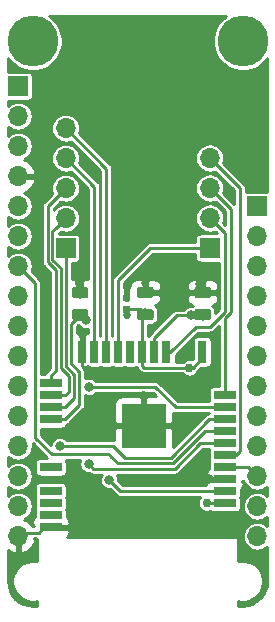
<source format=gtl>
G04 #@! TF.GenerationSoftware,KiCad,Pcbnew,5.1.4-e60b266~84~ubuntu19.04.1*
G04 #@! TF.CreationDate,2019-10-25T13:24:14-07:00*
G04 #@! TF.ProjectId,Wifi-FeatherWing,57696669-2d46-4656-9174-68657257696e,rev?*
G04 #@! TF.SameCoordinates,Original*
G04 #@! TF.FileFunction,Copper,L1,Top*
G04 #@! TF.FilePolarity,Positive*
%FSLAX46Y46*%
G04 Gerber Fmt 4.6, Leading zero omitted, Abs format (unit mm)*
G04 Created by KiCad (PCBNEW 5.1.4-e60b266~84~ubuntu19.04.1) date 2019-10-25 13:24:14*
%MOMM*%
%LPD*%
G04 APERTURE LIST*
%ADD10R,1.900000X0.800000*%
%ADD11R,0.800000X1.900000*%
%ADD12R,3.700000X3.700000*%
%ADD13C,0.100000*%
%ADD14C,0.975000*%
%ADD15O,1.700000X1.700000*%
%ADD16R,1.700000X1.700000*%
%ADD17C,4.300000*%
%ADD18C,0.590000*%
%ADD19C,0.800000*%
%ADD20C,0.762000*%
%ADD21C,0.685800*%
%ADD22C,0.250000*%
%ADD23C,0.228600*%
%ADD24C,0.152400*%
%ADD25C,0.254000*%
G04 APERTURE END LIST*
D10*
X146051000Y-107481600D03*
X146051000Y-108497600D03*
X146051000Y-109513600D03*
X146051000Y-110529600D03*
X146051000Y-114593600D03*
X146051000Y-116625600D03*
X146051000Y-117641600D03*
X146051000Y-118657600D03*
X146051000Y-119673600D03*
X160781000Y-117635600D03*
X160781000Y-116619600D03*
X160781000Y-115603600D03*
X160781000Y-114587600D03*
X160781000Y-113571600D03*
X160781000Y-112555600D03*
X160781000Y-111539600D03*
X160781000Y-110523600D03*
X160781000Y-109507600D03*
X160781000Y-108491600D03*
D11*
X158881000Y-104811600D03*
X155833000Y-104811600D03*
X154817000Y-104811600D03*
X153801000Y-104811600D03*
X152785000Y-104811600D03*
X151769000Y-104811600D03*
X150753000Y-104811600D03*
X149737000Y-104811600D03*
X148721000Y-104811600D03*
D12*
X153901000Y-111081600D03*
D13*
G36*
X154531142Y-101162174D02*
G01*
X154554803Y-101165684D01*
X154578007Y-101171496D01*
X154600529Y-101179554D01*
X154622153Y-101189782D01*
X154642670Y-101202079D01*
X154661883Y-101216329D01*
X154679607Y-101232393D01*
X154695671Y-101250117D01*
X154709921Y-101269330D01*
X154722218Y-101289847D01*
X154732446Y-101311471D01*
X154740504Y-101333993D01*
X154746316Y-101357197D01*
X154749826Y-101380858D01*
X154751000Y-101404750D01*
X154751000Y-101892250D01*
X154749826Y-101916142D01*
X154746316Y-101939803D01*
X154740504Y-101963007D01*
X154732446Y-101985529D01*
X154722218Y-102007153D01*
X154709921Y-102027670D01*
X154695671Y-102046883D01*
X154679607Y-102064607D01*
X154661883Y-102080671D01*
X154642670Y-102094921D01*
X154622153Y-102107218D01*
X154600529Y-102117446D01*
X154578007Y-102125504D01*
X154554803Y-102131316D01*
X154531142Y-102134826D01*
X154507250Y-102136000D01*
X153594750Y-102136000D01*
X153570858Y-102134826D01*
X153547197Y-102131316D01*
X153523993Y-102125504D01*
X153501471Y-102117446D01*
X153479847Y-102107218D01*
X153459330Y-102094921D01*
X153440117Y-102080671D01*
X153422393Y-102064607D01*
X153406329Y-102046883D01*
X153392079Y-102027670D01*
X153379782Y-102007153D01*
X153369554Y-101985529D01*
X153361496Y-101963007D01*
X153355684Y-101939803D01*
X153352174Y-101916142D01*
X153351000Y-101892250D01*
X153351000Y-101404750D01*
X153352174Y-101380858D01*
X153355684Y-101357197D01*
X153361496Y-101333993D01*
X153369554Y-101311471D01*
X153379782Y-101289847D01*
X153392079Y-101269330D01*
X153406329Y-101250117D01*
X153422393Y-101232393D01*
X153440117Y-101216329D01*
X153459330Y-101202079D01*
X153479847Y-101189782D01*
X153501471Y-101179554D01*
X153523993Y-101171496D01*
X153547197Y-101165684D01*
X153570858Y-101162174D01*
X153594750Y-101161000D01*
X154507250Y-101161000D01*
X154531142Y-101162174D01*
X154531142Y-101162174D01*
G37*
D14*
X154051000Y-101648500D03*
D13*
G36*
X154531142Y-99287174D02*
G01*
X154554803Y-99290684D01*
X154578007Y-99296496D01*
X154600529Y-99304554D01*
X154622153Y-99314782D01*
X154642670Y-99327079D01*
X154661883Y-99341329D01*
X154679607Y-99357393D01*
X154695671Y-99375117D01*
X154709921Y-99394330D01*
X154722218Y-99414847D01*
X154732446Y-99436471D01*
X154740504Y-99458993D01*
X154746316Y-99482197D01*
X154749826Y-99505858D01*
X154751000Y-99529750D01*
X154751000Y-100017250D01*
X154749826Y-100041142D01*
X154746316Y-100064803D01*
X154740504Y-100088007D01*
X154732446Y-100110529D01*
X154722218Y-100132153D01*
X154709921Y-100152670D01*
X154695671Y-100171883D01*
X154679607Y-100189607D01*
X154661883Y-100205671D01*
X154642670Y-100219921D01*
X154622153Y-100232218D01*
X154600529Y-100242446D01*
X154578007Y-100250504D01*
X154554803Y-100256316D01*
X154531142Y-100259826D01*
X154507250Y-100261000D01*
X153594750Y-100261000D01*
X153570858Y-100259826D01*
X153547197Y-100256316D01*
X153523993Y-100250504D01*
X153501471Y-100242446D01*
X153479847Y-100232218D01*
X153459330Y-100219921D01*
X153440117Y-100205671D01*
X153422393Y-100189607D01*
X153406329Y-100171883D01*
X153392079Y-100152670D01*
X153379782Y-100132153D01*
X153369554Y-100110529D01*
X153361496Y-100088007D01*
X153355684Y-100064803D01*
X153352174Y-100041142D01*
X153351000Y-100017250D01*
X153351000Y-99529750D01*
X153352174Y-99505858D01*
X153355684Y-99482197D01*
X153361496Y-99458993D01*
X153369554Y-99436471D01*
X153379782Y-99414847D01*
X153392079Y-99394330D01*
X153406329Y-99375117D01*
X153422393Y-99357393D01*
X153440117Y-99341329D01*
X153459330Y-99327079D01*
X153479847Y-99314782D01*
X153501471Y-99304554D01*
X153523993Y-99296496D01*
X153547197Y-99290684D01*
X153570858Y-99287174D01*
X153594750Y-99286000D01*
X154507250Y-99286000D01*
X154531142Y-99287174D01*
X154531142Y-99287174D01*
G37*
D14*
X154051000Y-99773500D03*
D15*
X163525200Y-120416320D03*
X163525200Y-117876320D03*
X163525200Y-115336320D03*
X163525200Y-112796320D03*
X163525200Y-110256320D03*
X163525200Y-107716320D03*
X163525200Y-105176320D03*
X163525200Y-102636320D03*
X163525200Y-100096320D03*
X163525200Y-97556320D03*
X163525200Y-95016320D03*
D16*
X163525200Y-92476320D03*
X143289020Y-82314560D03*
D15*
X143289020Y-84854560D03*
X143289020Y-87394560D03*
X143289020Y-89934560D03*
X143289020Y-92474560D03*
X143289020Y-95014560D03*
X143289020Y-97554560D03*
X143289020Y-100094560D03*
X143289020Y-102634560D03*
X143289020Y-105174560D03*
X143289020Y-107714560D03*
X143289020Y-110254560D03*
X143289020Y-112794560D03*
X143289020Y-115334560D03*
X143289020Y-117874560D03*
X143289020Y-120414560D03*
D17*
X144520920Y-78519020D03*
X162300920Y-78519020D03*
D13*
G36*
X149019342Y-99314874D02*
G01*
X149043003Y-99318384D01*
X149066207Y-99324196D01*
X149088729Y-99332254D01*
X149110353Y-99342482D01*
X149130870Y-99354779D01*
X149150083Y-99369029D01*
X149167807Y-99385093D01*
X149183871Y-99402817D01*
X149198121Y-99422030D01*
X149210418Y-99442547D01*
X149220646Y-99464171D01*
X149228704Y-99486693D01*
X149234516Y-99509897D01*
X149238026Y-99533558D01*
X149239200Y-99557450D01*
X149239200Y-100044950D01*
X149238026Y-100068842D01*
X149234516Y-100092503D01*
X149228704Y-100115707D01*
X149220646Y-100138229D01*
X149210418Y-100159853D01*
X149198121Y-100180370D01*
X149183871Y-100199583D01*
X149167807Y-100217307D01*
X149150083Y-100233371D01*
X149130870Y-100247621D01*
X149110353Y-100259918D01*
X149088729Y-100270146D01*
X149066207Y-100278204D01*
X149043003Y-100284016D01*
X149019342Y-100287526D01*
X148995450Y-100288700D01*
X148082950Y-100288700D01*
X148059058Y-100287526D01*
X148035397Y-100284016D01*
X148012193Y-100278204D01*
X147989671Y-100270146D01*
X147968047Y-100259918D01*
X147947530Y-100247621D01*
X147928317Y-100233371D01*
X147910593Y-100217307D01*
X147894529Y-100199583D01*
X147880279Y-100180370D01*
X147867982Y-100159853D01*
X147857754Y-100138229D01*
X147849696Y-100115707D01*
X147843884Y-100092503D01*
X147840374Y-100068842D01*
X147839200Y-100044950D01*
X147839200Y-99557450D01*
X147840374Y-99533558D01*
X147843884Y-99509897D01*
X147849696Y-99486693D01*
X147857754Y-99464171D01*
X147867982Y-99442547D01*
X147880279Y-99422030D01*
X147894529Y-99402817D01*
X147910593Y-99385093D01*
X147928317Y-99369029D01*
X147947530Y-99354779D01*
X147968047Y-99342482D01*
X147989671Y-99332254D01*
X148012193Y-99324196D01*
X148035397Y-99318384D01*
X148059058Y-99314874D01*
X148082950Y-99313700D01*
X148995450Y-99313700D01*
X149019342Y-99314874D01*
X149019342Y-99314874D01*
G37*
D14*
X148539200Y-99801200D03*
D13*
G36*
X149019342Y-101189874D02*
G01*
X149043003Y-101193384D01*
X149066207Y-101199196D01*
X149088729Y-101207254D01*
X149110353Y-101217482D01*
X149130870Y-101229779D01*
X149150083Y-101244029D01*
X149167807Y-101260093D01*
X149183871Y-101277817D01*
X149198121Y-101297030D01*
X149210418Y-101317547D01*
X149220646Y-101339171D01*
X149228704Y-101361693D01*
X149234516Y-101384897D01*
X149238026Y-101408558D01*
X149239200Y-101432450D01*
X149239200Y-101919950D01*
X149238026Y-101943842D01*
X149234516Y-101967503D01*
X149228704Y-101990707D01*
X149220646Y-102013229D01*
X149210418Y-102034853D01*
X149198121Y-102055370D01*
X149183871Y-102074583D01*
X149167807Y-102092307D01*
X149150083Y-102108371D01*
X149130870Y-102122621D01*
X149110353Y-102134918D01*
X149088729Y-102145146D01*
X149066207Y-102153204D01*
X149043003Y-102159016D01*
X149019342Y-102162526D01*
X148995450Y-102163700D01*
X148082950Y-102163700D01*
X148059058Y-102162526D01*
X148035397Y-102159016D01*
X148012193Y-102153204D01*
X147989671Y-102145146D01*
X147968047Y-102134918D01*
X147947530Y-102122621D01*
X147928317Y-102108371D01*
X147910593Y-102092307D01*
X147894529Y-102074583D01*
X147880279Y-102055370D01*
X147867982Y-102034853D01*
X147857754Y-102013229D01*
X147849696Y-101990707D01*
X147843884Y-101967503D01*
X147840374Y-101943842D01*
X147839200Y-101919950D01*
X147839200Y-101432450D01*
X147840374Y-101408558D01*
X147843884Y-101384897D01*
X147849696Y-101361693D01*
X147857754Y-101339171D01*
X147867982Y-101317547D01*
X147880279Y-101297030D01*
X147894529Y-101277817D01*
X147910593Y-101260093D01*
X147928317Y-101244029D01*
X147947530Y-101229779D01*
X147968047Y-101217482D01*
X147989671Y-101207254D01*
X148012193Y-101199196D01*
X148035397Y-101193384D01*
X148059058Y-101189874D01*
X148082950Y-101188700D01*
X148995450Y-101188700D01*
X149019342Y-101189874D01*
X149019342Y-101189874D01*
G37*
D14*
X148539200Y-101676200D03*
D13*
G36*
X159382542Y-101174874D02*
G01*
X159406203Y-101178384D01*
X159429407Y-101184196D01*
X159451929Y-101192254D01*
X159473553Y-101202482D01*
X159494070Y-101214779D01*
X159513283Y-101229029D01*
X159531007Y-101245093D01*
X159547071Y-101262817D01*
X159561321Y-101282030D01*
X159573618Y-101302547D01*
X159583846Y-101324171D01*
X159591904Y-101346693D01*
X159597716Y-101369897D01*
X159601226Y-101393558D01*
X159602400Y-101417450D01*
X159602400Y-101904950D01*
X159601226Y-101928842D01*
X159597716Y-101952503D01*
X159591904Y-101975707D01*
X159583846Y-101998229D01*
X159573618Y-102019853D01*
X159561321Y-102040370D01*
X159547071Y-102059583D01*
X159531007Y-102077307D01*
X159513283Y-102093371D01*
X159494070Y-102107621D01*
X159473553Y-102119918D01*
X159451929Y-102130146D01*
X159429407Y-102138204D01*
X159406203Y-102144016D01*
X159382542Y-102147526D01*
X159358650Y-102148700D01*
X158446150Y-102148700D01*
X158422258Y-102147526D01*
X158398597Y-102144016D01*
X158375393Y-102138204D01*
X158352871Y-102130146D01*
X158331247Y-102119918D01*
X158310730Y-102107621D01*
X158291517Y-102093371D01*
X158273793Y-102077307D01*
X158257729Y-102059583D01*
X158243479Y-102040370D01*
X158231182Y-102019853D01*
X158220954Y-101998229D01*
X158212896Y-101975707D01*
X158207084Y-101952503D01*
X158203574Y-101928842D01*
X158202400Y-101904950D01*
X158202400Y-101417450D01*
X158203574Y-101393558D01*
X158207084Y-101369897D01*
X158212896Y-101346693D01*
X158220954Y-101324171D01*
X158231182Y-101302547D01*
X158243479Y-101282030D01*
X158257729Y-101262817D01*
X158273793Y-101245093D01*
X158291517Y-101229029D01*
X158310730Y-101214779D01*
X158331247Y-101202482D01*
X158352871Y-101192254D01*
X158375393Y-101184196D01*
X158398597Y-101178384D01*
X158422258Y-101174874D01*
X158446150Y-101173700D01*
X159358650Y-101173700D01*
X159382542Y-101174874D01*
X159382542Y-101174874D01*
G37*
D14*
X158902400Y-101661200D03*
D13*
G36*
X159382542Y-99299874D02*
G01*
X159406203Y-99303384D01*
X159429407Y-99309196D01*
X159451929Y-99317254D01*
X159473553Y-99327482D01*
X159494070Y-99339779D01*
X159513283Y-99354029D01*
X159531007Y-99370093D01*
X159547071Y-99387817D01*
X159561321Y-99407030D01*
X159573618Y-99427547D01*
X159583846Y-99449171D01*
X159591904Y-99471693D01*
X159597716Y-99494897D01*
X159601226Y-99518558D01*
X159602400Y-99542450D01*
X159602400Y-100029950D01*
X159601226Y-100053842D01*
X159597716Y-100077503D01*
X159591904Y-100100707D01*
X159583846Y-100123229D01*
X159573618Y-100144853D01*
X159561321Y-100165370D01*
X159547071Y-100184583D01*
X159531007Y-100202307D01*
X159513283Y-100218371D01*
X159494070Y-100232621D01*
X159473553Y-100244918D01*
X159451929Y-100255146D01*
X159429407Y-100263204D01*
X159406203Y-100269016D01*
X159382542Y-100272526D01*
X159358650Y-100273700D01*
X158446150Y-100273700D01*
X158422258Y-100272526D01*
X158398597Y-100269016D01*
X158375393Y-100263204D01*
X158352871Y-100255146D01*
X158331247Y-100244918D01*
X158310730Y-100232621D01*
X158291517Y-100218371D01*
X158273793Y-100202307D01*
X158257729Y-100184583D01*
X158243479Y-100165370D01*
X158231182Y-100144853D01*
X158220954Y-100123229D01*
X158212896Y-100100707D01*
X158207084Y-100077503D01*
X158203574Y-100053842D01*
X158202400Y-100029950D01*
X158202400Y-99542450D01*
X158203574Y-99518558D01*
X158207084Y-99494897D01*
X158212896Y-99471693D01*
X158220954Y-99449171D01*
X158231182Y-99427547D01*
X158243479Y-99407030D01*
X158257729Y-99387817D01*
X158273793Y-99370093D01*
X158291517Y-99354029D01*
X158310730Y-99339779D01*
X158331247Y-99327482D01*
X158352871Y-99317254D01*
X158375393Y-99309196D01*
X158398597Y-99303384D01*
X158422258Y-99299874D01*
X158446150Y-99298700D01*
X159358650Y-99298700D01*
X159382542Y-99299874D01*
X159382542Y-99299874D01*
G37*
D14*
X158902400Y-99786200D03*
D16*
X159512000Y-96024700D03*
D15*
X159512000Y-93484700D03*
X159512000Y-90944700D03*
X159512000Y-88404700D03*
D16*
X147320000Y-96037400D03*
D15*
X147320000Y-93497400D03*
X147320000Y-90957400D03*
X147320000Y-88417400D03*
X147320000Y-85877400D03*
D13*
G36*
X152650458Y-100924710D02*
G01*
X152664776Y-100926834D01*
X152678817Y-100930351D01*
X152692446Y-100935228D01*
X152705531Y-100941417D01*
X152717947Y-100948858D01*
X152729573Y-100957481D01*
X152740298Y-100967202D01*
X152750019Y-100977927D01*
X152758642Y-100989553D01*
X152766083Y-101001969D01*
X152772272Y-101015054D01*
X152777149Y-101028683D01*
X152780666Y-101042724D01*
X152782790Y-101057042D01*
X152783500Y-101071500D01*
X152783500Y-101366500D01*
X152782790Y-101380958D01*
X152780666Y-101395276D01*
X152777149Y-101409317D01*
X152772272Y-101422946D01*
X152766083Y-101436031D01*
X152758642Y-101448447D01*
X152750019Y-101460073D01*
X152740298Y-101470798D01*
X152729573Y-101480519D01*
X152717947Y-101489142D01*
X152705531Y-101496583D01*
X152692446Y-101502772D01*
X152678817Y-101507649D01*
X152664776Y-101511166D01*
X152650458Y-101513290D01*
X152636000Y-101514000D01*
X152291000Y-101514000D01*
X152276542Y-101513290D01*
X152262224Y-101511166D01*
X152248183Y-101507649D01*
X152234554Y-101502772D01*
X152221469Y-101496583D01*
X152209053Y-101489142D01*
X152197427Y-101480519D01*
X152186702Y-101470798D01*
X152176981Y-101460073D01*
X152168358Y-101448447D01*
X152160917Y-101436031D01*
X152154728Y-101422946D01*
X152149851Y-101409317D01*
X152146334Y-101395276D01*
X152144210Y-101380958D01*
X152143500Y-101366500D01*
X152143500Y-101071500D01*
X152144210Y-101057042D01*
X152146334Y-101042724D01*
X152149851Y-101028683D01*
X152154728Y-101015054D01*
X152160917Y-101001969D01*
X152168358Y-100989553D01*
X152176981Y-100977927D01*
X152186702Y-100967202D01*
X152197427Y-100957481D01*
X152209053Y-100948858D01*
X152221469Y-100941417D01*
X152234554Y-100935228D01*
X152248183Y-100930351D01*
X152262224Y-100926834D01*
X152276542Y-100924710D01*
X152291000Y-100924000D01*
X152636000Y-100924000D01*
X152650458Y-100924710D01*
X152650458Y-100924710D01*
G37*
D18*
X152463500Y-101219000D03*
D13*
G36*
X152650458Y-99954710D02*
G01*
X152664776Y-99956834D01*
X152678817Y-99960351D01*
X152692446Y-99965228D01*
X152705531Y-99971417D01*
X152717947Y-99978858D01*
X152729573Y-99987481D01*
X152740298Y-99997202D01*
X152750019Y-100007927D01*
X152758642Y-100019553D01*
X152766083Y-100031969D01*
X152772272Y-100045054D01*
X152777149Y-100058683D01*
X152780666Y-100072724D01*
X152782790Y-100087042D01*
X152783500Y-100101500D01*
X152783500Y-100396500D01*
X152782790Y-100410958D01*
X152780666Y-100425276D01*
X152777149Y-100439317D01*
X152772272Y-100452946D01*
X152766083Y-100466031D01*
X152758642Y-100478447D01*
X152750019Y-100490073D01*
X152740298Y-100500798D01*
X152729573Y-100510519D01*
X152717947Y-100519142D01*
X152705531Y-100526583D01*
X152692446Y-100532772D01*
X152678817Y-100537649D01*
X152664776Y-100541166D01*
X152650458Y-100543290D01*
X152636000Y-100544000D01*
X152291000Y-100544000D01*
X152276542Y-100543290D01*
X152262224Y-100541166D01*
X152248183Y-100537649D01*
X152234554Y-100532772D01*
X152221469Y-100526583D01*
X152209053Y-100519142D01*
X152197427Y-100510519D01*
X152186702Y-100500798D01*
X152176981Y-100490073D01*
X152168358Y-100478447D01*
X152160917Y-100466031D01*
X152154728Y-100452946D01*
X152149851Y-100439317D01*
X152146334Y-100425276D01*
X152144210Y-100410958D01*
X152143500Y-100396500D01*
X152143500Y-100101500D01*
X152144210Y-100087042D01*
X152146334Y-100072724D01*
X152149851Y-100058683D01*
X152154728Y-100045054D01*
X152160917Y-100031969D01*
X152168358Y-100019553D01*
X152176981Y-100007927D01*
X152186702Y-99997202D01*
X152197427Y-99987481D01*
X152209053Y-99978858D01*
X152221469Y-99971417D01*
X152234554Y-99965228D01*
X152248183Y-99960351D01*
X152262224Y-99956834D01*
X152276542Y-99954710D01*
X152291000Y-99954000D01*
X152636000Y-99954000D01*
X152650458Y-99954710D01*
X152650458Y-99954710D01*
G37*
D18*
X152463500Y-100249000D03*
D19*
X149011990Y-102093960D03*
X159448500Y-115570000D03*
X153901000Y-111081600D03*
D20*
X148457920Y-98996510D03*
D21*
X148717000Y-103378000D03*
X153924000Y-108458000D03*
X156464000Y-111125000D03*
D19*
X149224992Y-106331828D03*
D21*
X158622994Y-99060000D03*
D20*
X145605500Y-100965000D03*
D21*
X154051000Y-98996500D03*
D20*
X159263080Y-117612160D03*
X157784796Y-106146600D03*
D21*
X152463484Y-101663484D03*
D19*
X150992842Y-115671600D03*
X149254377Y-114311390D03*
X146812000Y-112776000D03*
X149311360Y-107772200D03*
X157924530Y-101727000D03*
D22*
X146051000Y-106831600D02*
X146515178Y-106367422D01*
X146051000Y-107481600D02*
X146051000Y-106831600D01*
X146515178Y-106367422D02*
X146515178Y-97905582D01*
X146515178Y-97905582D02*
X145790188Y-97180592D01*
X145790188Y-97180592D02*
X145790188Y-92487212D01*
X146470001Y-91807399D02*
X147320000Y-90957400D01*
X145790188Y-92487212D02*
X146470001Y-91807399D01*
X146192599Y-94624801D02*
X146470001Y-94347399D01*
X146917589Y-106210273D02*
X146917589Y-97738898D01*
X146470001Y-94347399D02*
X147320000Y-93497400D01*
X146917589Y-97738898D02*
X146192599Y-97013908D01*
X147574000Y-106866684D02*
X146917589Y-106210273D01*
X147574000Y-108174600D02*
X147574000Y-106866684D01*
X147251000Y-108497600D02*
X147574000Y-108174600D01*
X146051000Y-108497600D02*
X147251000Y-108497600D01*
X146192599Y-97013908D02*
X146192599Y-94624801D01*
X147251000Y-109513600D02*
X146051000Y-109513600D01*
X148024011Y-108740589D02*
X147251000Y-109513600D01*
X147320000Y-106043589D02*
X148024011Y-106747600D01*
X147320000Y-96037400D02*
X147320000Y-106043589D01*
X148024011Y-106747600D02*
X148024011Y-108740589D01*
X148594230Y-101676200D02*
X148611991Y-101693961D01*
X148611991Y-101693961D02*
X149011990Y-102093960D01*
X148539200Y-101676200D02*
X148594230Y-101676200D01*
X147251000Y-110529600D02*
X146051000Y-110529600D01*
X148479678Y-109300922D02*
X147251000Y-110529600D01*
X148479678Y-106505280D02*
X148479678Y-109300922D01*
X147764500Y-105790102D02*
X148479678Y-106505280D01*
X148539200Y-101676200D02*
X147764500Y-102450900D01*
X147764500Y-102450900D02*
X147764500Y-105790102D01*
X160781000Y-115603600D02*
X159482100Y-115603600D01*
X159482100Y-115603600D02*
X159448500Y-115570000D01*
D23*
X148539200Y-99801200D02*
X148539200Y-99077790D01*
X148539200Y-99077790D02*
X148457920Y-98996510D01*
D24*
X148721000Y-104811600D02*
X148721000Y-103382000D01*
X148721000Y-103382000D02*
X148717000Y-103378000D01*
X153901000Y-111081600D02*
X153901000Y-108481000D01*
X153901000Y-108481000D02*
X153924000Y-108458000D01*
X153901000Y-111081600D02*
X156420600Y-111081600D01*
X156420600Y-111081600D02*
X156464000Y-111125000D01*
D23*
X145501000Y-119673600D02*
X146051000Y-119673600D01*
X145032600Y-120142000D02*
X145501000Y-119673600D01*
X143289020Y-120414560D02*
X143561580Y-120142000D01*
X143561580Y-120142000D02*
X145032600Y-120142000D01*
D22*
X148721000Y-106011600D02*
X149041228Y-106331828D01*
X149041228Y-106331828D02*
X149224992Y-106331828D01*
X148721000Y-104811600D02*
X148721000Y-106011600D01*
D24*
X158902400Y-99786200D02*
X158902400Y-99198700D01*
D23*
X154051000Y-99773500D02*
X154051000Y-98996500D01*
D22*
X158661100Y-104591700D02*
X158881000Y-104811600D01*
D23*
X160781000Y-117635600D02*
X159286520Y-117635600D01*
X159286520Y-117635600D02*
X159263080Y-117612160D01*
X158881000Y-105361600D02*
X158096000Y-106146600D01*
X153957400Y-106146600D02*
X157245981Y-106146600D01*
X157245981Y-106146600D02*
X157784796Y-106146600D01*
X153801000Y-105990200D02*
X153957400Y-106146600D01*
X153801000Y-104811600D02*
X153801000Y-105990200D01*
X158096000Y-106146600D02*
X157784796Y-106146600D01*
X158881000Y-104811600D02*
X158881000Y-105361600D01*
X153621500Y-101219000D02*
X154051000Y-101648500D01*
X152463500Y-101219000D02*
X153621500Y-101219000D01*
X153801000Y-101898500D02*
X154051000Y-101648500D01*
X153801000Y-104811600D02*
X153801000Y-101898500D01*
X152463500Y-101219000D02*
X152463500Y-101663500D01*
X152463500Y-101663500D02*
X152463484Y-101663484D01*
D22*
X151940842Y-116619600D02*
X151392841Y-116071599D01*
X151392841Y-116071599D02*
X150992842Y-115671600D01*
X160781000Y-116619600D02*
X151940842Y-116619600D01*
X162776480Y-114587600D02*
X163525200Y-115336320D01*
X160781000Y-114587600D02*
X162776480Y-114587600D01*
X161700002Y-113571600D02*
X160781000Y-113571600D01*
X162052000Y-113219602D02*
X161700002Y-113571600D01*
X159512000Y-88404700D02*
X162052000Y-90944700D01*
X162052000Y-90944700D02*
X162052000Y-113219602D01*
X149654376Y-114711389D02*
X149254377Y-114311390D01*
X156560611Y-114711389D02*
X149654376Y-114711389D01*
X158716400Y-112555600D02*
X156560611Y-114711389D01*
X160781000Y-112555600D02*
X158716400Y-112555600D01*
X151701931Y-114242011D02*
X151104600Y-113644680D01*
X156393579Y-114242011D02*
X151701931Y-114242011D01*
X160781000Y-111539600D02*
X159095990Y-111539600D01*
X159095990Y-111539600D02*
X156393579Y-114242011D01*
D23*
X144708880Y-98974420D02*
X143289020Y-97554560D01*
X144708880Y-112069880D02*
X144708880Y-98974420D01*
X146141440Y-113502440D02*
X144708880Y-112069880D01*
X151104600Y-113644680D02*
X150962360Y-113502440D01*
X150962360Y-113502440D02*
X146141440Y-113502440D01*
D22*
X152326398Y-113792000D02*
X151310398Y-112776000D01*
X151310398Y-112776000D02*
X147377685Y-112776000D01*
X160781000Y-110523600D02*
X159475579Y-110523600D01*
X159475579Y-110523600D02*
X156207179Y-113792000D01*
X147377685Y-112776000D02*
X146812000Y-112776000D01*
X156207179Y-113792000D02*
X152326398Y-113792000D01*
X156612002Y-109507600D02*
X154876602Y-107772200D01*
X154876602Y-107772200D02*
X149877045Y-107772200D01*
X149877045Y-107772200D02*
X149311360Y-107772200D01*
X160781000Y-109507600D02*
X156612002Y-109507600D01*
X161290000Y-101470594D02*
X161290000Y-92722700D01*
X160361999Y-91794699D02*
X159512000Y-90944700D01*
X160781000Y-101979594D02*
X161290000Y-101470594D01*
X160781000Y-108491600D02*
X160781000Y-101979594D01*
X161290000Y-92722700D02*
X160361999Y-91794699D01*
X160361999Y-94334699D02*
X159512000Y-93484700D01*
X160782000Y-101409500D02*
X160782000Y-94754700D01*
X159512000Y-102679500D02*
X160782000Y-101409500D01*
X156173400Y-104811600D02*
X158305500Y-102679500D01*
X160782000Y-94754700D02*
X160361999Y-94334699D01*
X158305500Y-102679500D02*
X159512000Y-102679500D01*
X155833000Y-104811600D02*
X156173400Y-104811600D01*
D23*
X154817000Y-103633000D02*
X156723000Y-101727000D01*
X158902400Y-101661200D02*
X157990330Y-101661200D01*
X157990330Y-101661200D02*
X157924530Y-101727000D01*
X157358845Y-101727000D02*
X157924530Y-101727000D01*
X156723000Y-101727000D02*
X157358845Y-101727000D01*
X154817000Y-104811600D02*
X154817000Y-103633000D01*
D22*
X158412000Y-96024700D02*
X159512000Y-96024700D01*
X154482800Y-96024700D02*
X158412000Y-96024700D01*
X151769000Y-104811600D02*
X151769000Y-98738500D01*
X151769000Y-98738500D02*
X154482800Y-96024700D01*
X150753000Y-89310400D02*
X147320000Y-85877400D01*
X150753000Y-104811600D02*
X150753000Y-89310400D01*
X149737000Y-90834400D02*
X147320000Y-88417400D01*
X149737000Y-104811600D02*
X149737000Y-90834400D01*
D25*
G36*
X145749297Y-113810757D02*
G01*
X145101000Y-113810757D01*
X145026311Y-113818113D01*
X144954492Y-113839899D01*
X144888304Y-113875278D01*
X144830289Y-113922889D01*
X144782678Y-113980904D01*
X144747299Y-114047092D01*
X144725513Y-114118911D01*
X144718157Y-114193600D01*
X144718157Y-114993600D01*
X144725513Y-115068289D01*
X144747299Y-115140108D01*
X144782678Y-115206296D01*
X144830289Y-115264311D01*
X144888304Y-115311922D01*
X144954492Y-115347301D01*
X145026311Y-115369087D01*
X145101000Y-115376443D01*
X147001000Y-115376443D01*
X147075689Y-115369087D01*
X147147508Y-115347301D01*
X147213696Y-115311922D01*
X147271711Y-115264311D01*
X147319322Y-115206296D01*
X147354701Y-115140108D01*
X147376487Y-115068289D01*
X147383843Y-114993600D01*
X147383843Y-114193600D01*
X147376487Y-114118911D01*
X147354701Y-114047092D01*
X147328321Y-113997740D01*
X148538947Y-113997740D01*
X148503390Y-114083581D01*
X148473377Y-114234468D01*
X148473377Y-114388312D01*
X148503390Y-114539199D01*
X148562264Y-114681332D01*
X148647735Y-114809249D01*
X148756518Y-114918032D01*
X148884435Y-115003503D01*
X149026568Y-115062377D01*
X149177455Y-115092390D01*
X149321015Y-115092390D01*
X149371897Y-115134148D01*
X149459801Y-115181134D01*
X149555183Y-115210067D01*
X149629522Y-115217389D01*
X149629529Y-115217389D01*
X149654375Y-115219836D01*
X149679221Y-115217389D01*
X150357035Y-115217389D01*
X150300729Y-115301658D01*
X150241855Y-115443791D01*
X150211842Y-115594678D01*
X150211842Y-115748522D01*
X150241855Y-115899409D01*
X150300729Y-116041542D01*
X150386200Y-116169459D01*
X150494983Y-116278242D01*
X150622900Y-116363713D01*
X150765033Y-116422587D01*
X150915920Y-116452600D01*
X151058251Y-116452600D01*
X151565470Y-116959820D01*
X151581315Y-116979127D01*
X151658363Y-117042359D01*
X151746267Y-117089345D01*
X151819449Y-117111544D01*
X151841648Y-117118278D01*
X151851536Y-117119252D01*
X151915988Y-117125600D01*
X151915995Y-117125600D01*
X151940841Y-117128047D01*
X151965687Y-117125600D01*
X158672009Y-117125600D01*
X158671196Y-117126413D01*
X158587804Y-117251218D01*
X158530363Y-117389893D01*
X158501080Y-117537110D01*
X158501080Y-117687210D01*
X158530363Y-117834427D01*
X158587804Y-117973102D01*
X158671196Y-118097907D01*
X158777333Y-118204044D01*
X158902138Y-118287436D01*
X159040813Y-118344877D01*
X159188030Y-118374160D01*
X159338130Y-118374160D01*
X159485347Y-118344877D01*
X159566382Y-118311311D01*
X159618304Y-118353922D01*
X159684492Y-118389301D01*
X159756311Y-118411087D01*
X159831000Y-118418443D01*
X161731000Y-118418443D01*
X161805689Y-118411087D01*
X161877508Y-118389301D01*
X161943696Y-118353922D01*
X162001711Y-118306311D01*
X162049322Y-118248296D01*
X162084701Y-118182108D01*
X162106487Y-118110289D01*
X162113843Y-118035600D01*
X162113843Y-117235600D01*
X162106487Y-117160911D01*
X162096382Y-117127600D01*
X162106487Y-117094289D01*
X162113843Y-117019600D01*
X162113843Y-116510872D01*
X162182185Y-116454785D01*
X162261537Y-116358094D01*
X162320502Y-116247780D01*
X162356812Y-116128082D01*
X162369072Y-116003600D01*
X162366000Y-115889350D01*
X162207252Y-115730602D01*
X162358413Y-115730602D01*
X162382402Y-115809683D01*
X162496709Y-116023536D01*
X162650540Y-116210980D01*
X162837984Y-116364811D01*
X163051837Y-116479118D01*
X163283882Y-116549508D01*
X163464728Y-116567320D01*
X163585672Y-116567320D01*
X163766518Y-116549508D01*
X163998563Y-116479118D01*
X164212416Y-116364811D01*
X164381361Y-116226162D01*
X164381361Y-116986478D01*
X164212416Y-116847829D01*
X163998563Y-116733522D01*
X163766518Y-116663132D01*
X163585672Y-116645320D01*
X163464728Y-116645320D01*
X163283882Y-116663132D01*
X163051837Y-116733522D01*
X162837984Y-116847829D01*
X162650540Y-117001660D01*
X162496709Y-117189104D01*
X162382402Y-117402957D01*
X162312012Y-117635002D01*
X162288244Y-117876320D01*
X162312012Y-118117638D01*
X162382402Y-118349683D01*
X162496709Y-118563536D01*
X162650540Y-118750980D01*
X162837984Y-118904811D01*
X163051837Y-119019118D01*
X163283882Y-119089508D01*
X163464728Y-119107320D01*
X163585672Y-119107320D01*
X163766518Y-119089508D01*
X163998563Y-119019118D01*
X164212416Y-118904811D01*
X164381361Y-118766162D01*
X164381361Y-119526478D01*
X164212416Y-119387829D01*
X163998563Y-119273522D01*
X163766518Y-119203132D01*
X163585672Y-119185320D01*
X163464728Y-119185320D01*
X163283882Y-119203132D01*
X163051837Y-119273522D01*
X162837984Y-119387829D01*
X162650540Y-119541660D01*
X162496709Y-119729104D01*
X162382402Y-119942957D01*
X162312012Y-120175002D01*
X162288244Y-120416320D01*
X162312012Y-120657638D01*
X162382402Y-120889683D01*
X162496709Y-121103536D01*
X162650540Y-121290980D01*
X162837984Y-121444811D01*
X163051837Y-121559118D01*
X163283882Y-121629508D01*
X163464728Y-121647320D01*
X163585672Y-121647320D01*
X163766518Y-121629508D01*
X163998563Y-121559118D01*
X164212416Y-121444811D01*
X164381361Y-121306162D01*
X164381361Y-124202244D01*
X164339525Y-124628919D01*
X164222092Y-125017879D01*
X164031347Y-125376618D01*
X163774553Y-125691478D01*
X163461498Y-125950459D01*
X163104094Y-126143707D01*
X162715966Y-126263853D01*
X162290604Y-126308560D01*
X161925000Y-126308560D01*
X161925000Y-125929157D01*
X162130431Y-125970020D01*
X162471409Y-125970020D01*
X162805834Y-125903499D01*
X163120856Y-125773013D01*
X163404368Y-125583576D01*
X163645476Y-125342468D01*
X163834913Y-125058956D01*
X163965399Y-124743934D01*
X164031920Y-124409509D01*
X164031920Y-124068531D01*
X163965399Y-123734106D01*
X163834913Y-123419084D01*
X163645476Y-123135572D01*
X163404368Y-122894464D01*
X163120856Y-122705027D01*
X162805834Y-122574541D01*
X162471409Y-122508020D01*
X162130431Y-122508020D01*
X161925000Y-122548883D01*
X161925000Y-120650000D01*
X161922560Y-120625224D01*
X161915333Y-120601399D01*
X161903597Y-120579443D01*
X161887803Y-120560197D01*
X161868557Y-120544403D01*
X161846601Y-120532667D01*
X161822776Y-120525440D01*
X161798000Y-120523000D01*
X147453650Y-120523000D01*
X147531537Y-120428094D01*
X147590502Y-120317780D01*
X147626812Y-120198082D01*
X147639072Y-120073600D01*
X147636000Y-119959350D01*
X147477250Y-119800600D01*
X146178000Y-119800600D01*
X146178000Y-119820600D01*
X145924000Y-119820600D01*
X145924000Y-119800600D01*
X145904000Y-119800600D01*
X145904000Y-119546600D01*
X145924000Y-119546600D01*
X145924000Y-119526600D01*
X146178000Y-119526600D01*
X146178000Y-119546600D01*
X147477250Y-119546600D01*
X147636000Y-119387850D01*
X147639072Y-119273600D01*
X147626812Y-119149118D01*
X147590502Y-119029420D01*
X147531537Y-118919106D01*
X147452185Y-118822415D01*
X147383843Y-118766328D01*
X147383843Y-118257600D01*
X147376487Y-118182911D01*
X147366382Y-118149600D01*
X147376487Y-118116289D01*
X147383843Y-118041600D01*
X147383843Y-117241600D01*
X147376487Y-117166911D01*
X147366382Y-117133600D01*
X147376487Y-117100289D01*
X147383843Y-117025600D01*
X147383843Y-116225600D01*
X147376487Y-116150911D01*
X147354701Y-116079092D01*
X147319322Y-116012904D01*
X147271711Y-115954889D01*
X147213696Y-115907278D01*
X147147508Y-115871899D01*
X147075689Y-115850113D01*
X147001000Y-115842757D01*
X145101000Y-115842757D01*
X145026311Y-115850113D01*
X144954492Y-115871899D01*
X144888304Y-115907278D01*
X144830289Y-115954889D01*
X144782678Y-116012904D01*
X144747299Y-116079092D01*
X144725513Y-116150911D01*
X144718157Y-116225600D01*
X144718157Y-117025600D01*
X144725513Y-117100289D01*
X144735618Y-117133600D01*
X144725513Y-117166911D01*
X144718157Y-117241600D01*
X144718157Y-118041600D01*
X144725513Y-118116289D01*
X144735618Y-118149600D01*
X144725513Y-118182911D01*
X144718157Y-118257600D01*
X144718157Y-118766328D01*
X144649815Y-118822415D01*
X144570463Y-118919106D01*
X144511498Y-119029420D01*
X144475188Y-119149118D01*
X144462928Y-119273600D01*
X144466000Y-119387850D01*
X144624748Y-119546598D01*
X144485295Y-119546598D01*
X144386608Y-119414291D01*
X144170375Y-119219382D01*
X143920272Y-119070403D01*
X143765715Y-119015577D01*
X143976236Y-118903051D01*
X144163680Y-118749220D01*
X144317511Y-118561776D01*
X144431818Y-118347923D01*
X144502208Y-118115878D01*
X144525976Y-117874560D01*
X144502208Y-117633242D01*
X144431818Y-117401197D01*
X144317511Y-117187344D01*
X144163680Y-116999900D01*
X143976236Y-116846069D01*
X143762383Y-116731762D01*
X143530338Y-116661372D01*
X143349492Y-116643560D01*
X143228548Y-116643560D01*
X143047702Y-116661372D01*
X142815657Y-116731762D01*
X142601804Y-116846069D01*
X142433360Y-116984307D01*
X142433360Y-116224813D01*
X142601804Y-116363051D01*
X142815657Y-116477358D01*
X143047702Y-116547748D01*
X143228548Y-116565560D01*
X143349492Y-116565560D01*
X143530338Y-116547748D01*
X143762383Y-116477358D01*
X143976236Y-116363051D01*
X144163680Y-116209220D01*
X144317511Y-116021776D01*
X144431818Y-115807923D01*
X144502208Y-115575878D01*
X144525976Y-115334560D01*
X144502208Y-115093242D01*
X144431818Y-114861197D01*
X144317511Y-114647344D01*
X144163680Y-114459900D01*
X143976236Y-114306069D01*
X143762383Y-114191762D01*
X143530338Y-114121372D01*
X143349492Y-114103560D01*
X143228548Y-114103560D01*
X143047702Y-114121372D01*
X142815657Y-114191762D01*
X142601804Y-114306069D01*
X142433360Y-114444307D01*
X142433360Y-113684813D01*
X142601804Y-113823051D01*
X142815657Y-113937358D01*
X143047702Y-114007748D01*
X143228548Y-114025560D01*
X143349492Y-114025560D01*
X143530338Y-114007748D01*
X143762383Y-113937358D01*
X143976236Y-113823051D01*
X144163680Y-113669220D01*
X144317511Y-113481776D01*
X144431818Y-113267923D01*
X144502208Y-113035878D01*
X144525976Y-112794560D01*
X144503347Y-112564806D01*
X145749297Y-113810757D01*
X145749297Y-113810757D01*
G37*
X145749297Y-113810757D02*
X145101000Y-113810757D01*
X145026311Y-113818113D01*
X144954492Y-113839899D01*
X144888304Y-113875278D01*
X144830289Y-113922889D01*
X144782678Y-113980904D01*
X144747299Y-114047092D01*
X144725513Y-114118911D01*
X144718157Y-114193600D01*
X144718157Y-114993600D01*
X144725513Y-115068289D01*
X144747299Y-115140108D01*
X144782678Y-115206296D01*
X144830289Y-115264311D01*
X144888304Y-115311922D01*
X144954492Y-115347301D01*
X145026311Y-115369087D01*
X145101000Y-115376443D01*
X147001000Y-115376443D01*
X147075689Y-115369087D01*
X147147508Y-115347301D01*
X147213696Y-115311922D01*
X147271711Y-115264311D01*
X147319322Y-115206296D01*
X147354701Y-115140108D01*
X147376487Y-115068289D01*
X147383843Y-114993600D01*
X147383843Y-114193600D01*
X147376487Y-114118911D01*
X147354701Y-114047092D01*
X147328321Y-113997740D01*
X148538947Y-113997740D01*
X148503390Y-114083581D01*
X148473377Y-114234468D01*
X148473377Y-114388312D01*
X148503390Y-114539199D01*
X148562264Y-114681332D01*
X148647735Y-114809249D01*
X148756518Y-114918032D01*
X148884435Y-115003503D01*
X149026568Y-115062377D01*
X149177455Y-115092390D01*
X149321015Y-115092390D01*
X149371897Y-115134148D01*
X149459801Y-115181134D01*
X149555183Y-115210067D01*
X149629522Y-115217389D01*
X149629529Y-115217389D01*
X149654375Y-115219836D01*
X149679221Y-115217389D01*
X150357035Y-115217389D01*
X150300729Y-115301658D01*
X150241855Y-115443791D01*
X150211842Y-115594678D01*
X150211842Y-115748522D01*
X150241855Y-115899409D01*
X150300729Y-116041542D01*
X150386200Y-116169459D01*
X150494983Y-116278242D01*
X150622900Y-116363713D01*
X150765033Y-116422587D01*
X150915920Y-116452600D01*
X151058251Y-116452600D01*
X151565470Y-116959820D01*
X151581315Y-116979127D01*
X151658363Y-117042359D01*
X151746267Y-117089345D01*
X151819449Y-117111544D01*
X151841648Y-117118278D01*
X151851536Y-117119252D01*
X151915988Y-117125600D01*
X151915995Y-117125600D01*
X151940841Y-117128047D01*
X151965687Y-117125600D01*
X158672009Y-117125600D01*
X158671196Y-117126413D01*
X158587804Y-117251218D01*
X158530363Y-117389893D01*
X158501080Y-117537110D01*
X158501080Y-117687210D01*
X158530363Y-117834427D01*
X158587804Y-117973102D01*
X158671196Y-118097907D01*
X158777333Y-118204044D01*
X158902138Y-118287436D01*
X159040813Y-118344877D01*
X159188030Y-118374160D01*
X159338130Y-118374160D01*
X159485347Y-118344877D01*
X159566382Y-118311311D01*
X159618304Y-118353922D01*
X159684492Y-118389301D01*
X159756311Y-118411087D01*
X159831000Y-118418443D01*
X161731000Y-118418443D01*
X161805689Y-118411087D01*
X161877508Y-118389301D01*
X161943696Y-118353922D01*
X162001711Y-118306311D01*
X162049322Y-118248296D01*
X162084701Y-118182108D01*
X162106487Y-118110289D01*
X162113843Y-118035600D01*
X162113843Y-117235600D01*
X162106487Y-117160911D01*
X162096382Y-117127600D01*
X162106487Y-117094289D01*
X162113843Y-117019600D01*
X162113843Y-116510872D01*
X162182185Y-116454785D01*
X162261537Y-116358094D01*
X162320502Y-116247780D01*
X162356812Y-116128082D01*
X162369072Y-116003600D01*
X162366000Y-115889350D01*
X162207252Y-115730602D01*
X162358413Y-115730602D01*
X162382402Y-115809683D01*
X162496709Y-116023536D01*
X162650540Y-116210980D01*
X162837984Y-116364811D01*
X163051837Y-116479118D01*
X163283882Y-116549508D01*
X163464728Y-116567320D01*
X163585672Y-116567320D01*
X163766518Y-116549508D01*
X163998563Y-116479118D01*
X164212416Y-116364811D01*
X164381361Y-116226162D01*
X164381361Y-116986478D01*
X164212416Y-116847829D01*
X163998563Y-116733522D01*
X163766518Y-116663132D01*
X163585672Y-116645320D01*
X163464728Y-116645320D01*
X163283882Y-116663132D01*
X163051837Y-116733522D01*
X162837984Y-116847829D01*
X162650540Y-117001660D01*
X162496709Y-117189104D01*
X162382402Y-117402957D01*
X162312012Y-117635002D01*
X162288244Y-117876320D01*
X162312012Y-118117638D01*
X162382402Y-118349683D01*
X162496709Y-118563536D01*
X162650540Y-118750980D01*
X162837984Y-118904811D01*
X163051837Y-119019118D01*
X163283882Y-119089508D01*
X163464728Y-119107320D01*
X163585672Y-119107320D01*
X163766518Y-119089508D01*
X163998563Y-119019118D01*
X164212416Y-118904811D01*
X164381361Y-118766162D01*
X164381361Y-119526478D01*
X164212416Y-119387829D01*
X163998563Y-119273522D01*
X163766518Y-119203132D01*
X163585672Y-119185320D01*
X163464728Y-119185320D01*
X163283882Y-119203132D01*
X163051837Y-119273522D01*
X162837984Y-119387829D01*
X162650540Y-119541660D01*
X162496709Y-119729104D01*
X162382402Y-119942957D01*
X162312012Y-120175002D01*
X162288244Y-120416320D01*
X162312012Y-120657638D01*
X162382402Y-120889683D01*
X162496709Y-121103536D01*
X162650540Y-121290980D01*
X162837984Y-121444811D01*
X163051837Y-121559118D01*
X163283882Y-121629508D01*
X163464728Y-121647320D01*
X163585672Y-121647320D01*
X163766518Y-121629508D01*
X163998563Y-121559118D01*
X164212416Y-121444811D01*
X164381361Y-121306162D01*
X164381361Y-124202244D01*
X164339525Y-124628919D01*
X164222092Y-125017879D01*
X164031347Y-125376618D01*
X163774553Y-125691478D01*
X163461498Y-125950459D01*
X163104094Y-126143707D01*
X162715966Y-126263853D01*
X162290604Y-126308560D01*
X161925000Y-126308560D01*
X161925000Y-125929157D01*
X162130431Y-125970020D01*
X162471409Y-125970020D01*
X162805834Y-125903499D01*
X163120856Y-125773013D01*
X163404368Y-125583576D01*
X163645476Y-125342468D01*
X163834913Y-125058956D01*
X163965399Y-124743934D01*
X164031920Y-124409509D01*
X164031920Y-124068531D01*
X163965399Y-123734106D01*
X163834913Y-123419084D01*
X163645476Y-123135572D01*
X163404368Y-122894464D01*
X163120856Y-122705027D01*
X162805834Y-122574541D01*
X162471409Y-122508020D01*
X162130431Y-122508020D01*
X161925000Y-122548883D01*
X161925000Y-120650000D01*
X161922560Y-120625224D01*
X161915333Y-120601399D01*
X161903597Y-120579443D01*
X161887803Y-120560197D01*
X161868557Y-120544403D01*
X161846601Y-120532667D01*
X161822776Y-120525440D01*
X161798000Y-120523000D01*
X147453650Y-120523000D01*
X147531537Y-120428094D01*
X147590502Y-120317780D01*
X147626812Y-120198082D01*
X147639072Y-120073600D01*
X147636000Y-119959350D01*
X147477250Y-119800600D01*
X146178000Y-119800600D01*
X146178000Y-119820600D01*
X145924000Y-119820600D01*
X145924000Y-119800600D01*
X145904000Y-119800600D01*
X145904000Y-119546600D01*
X145924000Y-119546600D01*
X145924000Y-119526600D01*
X146178000Y-119526600D01*
X146178000Y-119546600D01*
X147477250Y-119546600D01*
X147636000Y-119387850D01*
X147639072Y-119273600D01*
X147626812Y-119149118D01*
X147590502Y-119029420D01*
X147531537Y-118919106D01*
X147452185Y-118822415D01*
X147383843Y-118766328D01*
X147383843Y-118257600D01*
X147376487Y-118182911D01*
X147366382Y-118149600D01*
X147376487Y-118116289D01*
X147383843Y-118041600D01*
X147383843Y-117241600D01*
X147376487Y-117166911D01*
X147366382Y-117133600D01*
X147376487Y-117100289D01*
X147383843Y-117025600D01*
X147383843Y-116225600D01*
X147376487Y-116150911D01*
X147354701Y-116079092D01*
X147319322Y-116012904D01*
X147271711Y-115954889D01*
X147213696Y-115907278D01*
X147147508Y-115871899D01*
X147075689Y-115850113D01*
X147001000Y-115842757D01*
X145101000Y-115842757D01*
X145026311Y-115850113D01*
X144954492Y-115871899D01*
X144888304Y-115907278D01*
X144830289Y-115954889D01*
X144782678Y-116012904D01*
X144747299Y-116079092D01*
X144725513Y-116150911D01*
X144718157Y-116225600D01*
X144718157Y-117025600D01*
X144725513Y-117100289D01*
X144735618Y-117133600D01*
X144725513Y-117166911D01*
X144718157Y-117241600D01*
X144718157Y-118041600D01*
X144725513Y-118116289D01*
X144735618Y-118149600D01*
X144725513Y-118182911D01*
X144718157Y-118257600D01*
X144718157Y-118766328D01*
X144649815Y-118822415D01*
X144570463Y-118919106D01*
X144511498Y-119029420D01*
X144475188Y-119149118D01*
X144462928Y-119273600D01*
X144466000Y-119387850D01*
X144624748Y-119546598D01*
X144485295Y-119546598D01*
X144386608Y-119414291D01*
X144170375Y-119219382D01*
X143920272Y-119070403D01*
X143765715Y-119015577D01*
X143976236Y-118903051D01*
X144163680Y-118749220D01*
X144317511Y-118561776D01*
X144431818Y-118347923D01*
X144502208Y-118115878D01*
X144525976Y-117874560D01*
X144502208Y-117633242D01*
X144431818Y-117401197D01*
X144317511Y-117187344D01*
X144163680Y-116999900D01*
X143976236Y-116846069D01*
X143762383Y-116731762D01*
X143530338Y-116661372D01*
X143349492Y-116643560D01*
X143228548Y-116643560D01*
X143047702Y-116661372D01*
X142815657Y-116731762D01*
X142601804Y-116846069D01*
X142433360Y-116984307D01*
X142433360Y-116224813D01*
X142601804Y-116363051D01*
X142815657Y-116477358D01*
X143047702Y-116547748D01*
X143228548Y-116565560D01*
X143349492Y-116565560D01*
X143530338Y-116547748D01*
X143762383Y-116477358D01*
X143976236Y-116363051D01*
X144163680Y-116209220D01*
X144317511Y-116021776D01*
X144431818Y-115807923D01*
X144502208Y-115575878D01*
X144525976Y-115334560D01*
X144502208Y-115093242D01*
X144431818Y-114861197D01*
X144317511Y-114647344D01*
X144163680Y-114459900D01*
X143976236Y-114306069D01*
X143762383Y-114191762D01*
X143530338Y-114121372D01*
X143349492Y-114103560D01*
X143228548Y-114103560D01*
X143047702Y-114121372D01*
X142815657Y-114191762D01*
X142601804Y-114306069D01*
X142433360Y-114444307D01*
X142433360Y-113684813D01*
X142601804Y-113823051D01*
X142815657Y-113937358D01*
X143047702Y-114007748D01*
X143228548Y-114025560D01*
X143349492Y-114025560D01*
X143530338Y-114007748D01*
X143762383Y-113937358D01*
X143976236Y-113823051D01*
X144163680Y-113669220D01*
X144317511Y-113481776D01*
X144431818Y-113267923D01*
X144502208Y-113035878D01*
X144525976Y-112794560D01*
X144503347Y-112564806D01*
X145749297Y-113810757D01*
G36*
X143416020Y-120287560D02*
G01*
X143436020Y-120287560D01*
X143436020Y-120541560D01*
X143416020Y-120541560D01*
X143416020Y-121735374D01*
X143645911Y-121856041D01*
X143920272Y-121758717D01*
X144170375Y-121609738D01*
X144386608Y-121414829D01*
X144560661Y-121181480D01*
X144685845Y-120918659D01*
X144730496Y-120771450D01*
X144609176Y-120541562D01*
X144670258Y-120541562D01*
X144746506Y-120604137D01*
X144856820Y-120663102D01*
X144907000Y-120678324D01*
X144907000Y-122550904D01*
X144691409Y-122508020D01*
X144350431Y-122508020D01*
X144016006Y-122574541D01*
X143700984Y-122705027D01*
X143417472Y-122894464D01*
X143176364Y-123135572D01*
X142986927Y-123419084D01*
X142856441Y-123734106D01*
X142789920Y-124068531D01*
X142789920Y-124409509D01*
X142856441Y-124743934D01*
X142986927Y-125058956D01*
X143176364Y-125342468D01*
X143417472Y-125583576D01*
X143700984Y-125773013D01*
X144016006Y-125903499D01*
X144350431Y-125970020D01*
X144691409Y-125970020D01*
X144907000Y-125927136D01*
X144907000Y-126308560D01*
X144539665Y-126308560D01*
X144113001Y-126266725D01*
X143724041Y-126149292D01*
X143365302Y-125958547D01*
X143050442Y-125701753D01*
X142791461Y-125388698D01*
X142598213Y-125031294D01*
X142478067Y-124643166D01*
X142433360Y-124217804D01*
X142433360Y-121625044D01*
X142657768Y-121758717D01*
X142932129Y-121856041D01*
X143162020Y-121735374D01*
X143162020Y-120541560D01*
X143142020Y-120541560D01*
X143142020Y-120287560D01*
X143162020Y-120287560D01*
X143162020Y-120267560D01*
X143416020Y-120267560D01*
X143416020Y-120287560D01*
X143416020Y-120287560D01*
G37*
X143416020Y-120287560D02*
X143436020Y-120287560D01*
X143436020Y-120541560D01*
X143416020Y-120541560D01*
X143416020Y-121735374D01*
X143645911Y-121856041D01*
X143920272Y-121758717D01*
X144170375Y-121609738D01*
X144386608Y-121414829D01*
X144560661Y-121181480D01*
X144685845Y-120918659D01*
X144730496Y-120771450D01*
X144609176Y-120541562D01*
X144670258Y-120541562D01*
X144746506Y-120604137D01*
X144856820Y-120663102D01*
X144907000Y-120678324D01*
X144907000Y-122550904D01*
X144691409Y-122508020D01*
X144350431Y-122508020D01*
X144016006Y-122574541D01*
X143700984Y-122705027D01*
X143417472Y-122894464D01*
X143176364Y-123135572D01*
X142986927Y-123419084D01*
X142856441Y-123734106D01*
X142789920Y-124068531D01*
X142789920Y-124409509D01*
X142856441Y-124743934D01*
X142986927Y-125058956D01*
X143176364Y-125342468D01*
X143417472Y-125583576D01*
X143700984Y-125773013D01*
X144016006Y-125903499D01*
X144350431Y-125970020D01*
X144691409Y-125970020D01*
X144907000Y-125927136D01*
X144907000Y-126308560D01*
X144539665Y-126308560D01*
X144113001Y-126266725D01*
X143724041Y-126149292D01*
X143365302Y-125958547D01*
X143050442Y-125701753D01*
X142791461Y-125388698D01*
X142598213Y-125031294D01*
X142478067Y-124643166D01*
X142433360Y-124217804D01*
X142433360Y-121625044D01*
X142657768Y-121758717D01*
X142932129Y-121856041D01*
X143162020Y-121735374D01*
X143162020Y-120541560D01*
X143142020Y-120541560D01*
X143142020Y-120287560D01*
X143162020Y-120287560D01*
X143162020Y-120267560D01*
X143416020Y-120267560D01*
X143416020Y-120287560D01*
G36*
X159465618Y-113063600D02*
G01*
X159455513Y-113096911D01*
X159448157Y-113171600D01*
X159448157Y-113971600D01*
X159455513Y-114046289D01*
X159465618Y-114079600D01*
X159455513Y-114112911D01*
X159448157Y-114187600D01*
X159448157Y-114696328D01*
X159379815Y-114752415D01*
X159300463Y-114849106D01*
X159241498Y-114959420D01*
X159205188Y-115079118D01*
X159192928Y-115203600D01*
X159196000Y-115317850D01*
X159354750Y-115476600D01*
X160654000Y-115476600D01*
X160654000Y-115456600D01*
X160908000Y-115456600D01*
X160908000Y-115476600D01*
X160928000Y-115476600D01*
X160928000Y-115730600D01*
X160908000Y-115730600D01*
X160908000Y-115750600D01*
X160654000Y-115750600D01*
X160654000Y-115730600D01*
X159354750Y-115730600D01*
X159196000Y-115889350D01*
X159192928Y-116003600D01*
X159203762Y-116113600D01*
X152150434Y-116113600D01*
X151773842Y-115737009D01*
X151773842Y-115594678D01*
X151743829Y-115443791D01*
X151684955Y-115301658D01*
X151628649Y-115217389D01*
X156535765Y-115217389D01*
X156560611Y-115219836D01*
X156585457Y-115217389D01*
X156585465Y-115217389D01*
X156659804Y-115210067D01*
X156755186Y-115181134D01*
X156843090Y-115134148D01*
X156920138Y-115070916D01*
X156935987Y-115051604D01*
X158925992Y-113061600D01*
X159465011Y-113061600D01*
X159465618Y-113063600D01*
X159465618Y-113063600D01*
G37*
X159465618Y-113063600D02*
X159455513Y-113096911D01*
X159448157Y-113171600D01*
X159448157Y-113971600D01*
X159455513Y-114046289D01*
X159465618Y-114079600D01*
X159455513Y-114112911D01*
X159448157Y-114187600D01*
X159448157Y-114696328D01*
X159379815Y-114752415D01*
X159300463Y-114849106D01*
X159241498Y-114959420D01*
X159205188Y-115079118D01*
X159192928Y-115203600D01*
X159196000Y-115317850D01*
X159354750Y-115476600D01*
X160654000Y-115476600D01*
X160654000Y-115456600D01*
X160908000Y-115456600D01*
X160908000Y-115476600D01*
X160928000Y-115476600D01*
X160928000Y-115730600D01*
X160908000Y-115730600D01*
X160908000Y-115750600D01*
X160654000Y-115750600D01*
X160654000Y-115730600D01*
X159354750Y-115730600D01*
X159196000Y-115889350D01*
X159192928Y-116003600D01*
X159203762Y-116113600D01*
X152150434Y-116113600D01*
X151773842Y-115737009D01*
X151773842Y-115594678D01*
X151743829Y-115443791D01*
X151684955Y-115301658D01*
X151628649Y-115217389D01*
X156535765Y-115217389D01*
X156560611Y-115219836D01*
X156585457Y-115217389D01*
X156585465Y-115217389D01*
X156659804Y-115210067D01*
X156755186Y-115181134D01*
X156843090Y-115134148D01*
X156920138Y-115070916D01*
X156935987Y-115051604D01*
X158925992Y-113061600D01*
X159465011Y-113061600D01*
X159465618Y-113063600D01*
G36*
X154983845Y-108595035D02*
G01*
X154186750Y-108596600D01*
X154028000Y-108755350D01*
X154028000Y-110954600D01*
X156227250Y-110954600D01*
X156386000Y-110795850D01*
X156387639Y-109961423D01*
X156416954Y-109977092D01*
X156417427Y-109977345D01*
X156512808Y-110006278D01*
X156522696Y-110007252D01*
X156587148Y-110013600D01*
X156587155Y-110013600D01*
X156612001Y-110016047D01*
X156636847Y-110013600D01*
X159465011Y-110013600D01*
X159465618Y-110015600D01*
X159465451Y-110016150D01*
X159450725Y-110017600D01*
X159376386Y-110024922D01*
X159281004Y-110053855D01*
X159193100Y-110100841D01*
X159116052Y-110164073D01*
X159100207Y-110183380D01*
X156388999Y-112894589D01*
X156386000Y-111367350D01*
X156227250Y-111208600D01*
X154028000Y-111208600D01*
X154028000Y-111228600D01*
X153774000Y-111228600D01*
X153774000Y-111208600D01*
X151574750Y-111208600D01*
X151416000Y-111367350D01*
X151414210Y-112278723D01*
X151409591Y-112277322D01*
X151335252Y-112270000D01*
X151335244Y-112270000D01*
X151310398Y-112267553D01*
X151285552Y-112270000D01*
X147410501Y-112270000D01*
X147309859Y-112169358D01*
X147181942Y-112083887D01*
X147039809Y-112025013D01*
X146888922Y-111995000D01*
X146735078Y-111995000D01*
X146584191Y-112025013D01*
X146442058Y-112083887D01*
X146314141Y-112169358D01*
X146205358Y-112278141D01*
X146119887Y-112406058D01*
X146061013Y-112548191D01*
X146032251Y-112692791D01*
X145204180Y-111864721D01*
X145204180Y-111312443D01*
X147001000Y-111312443D01*
X147075689Y-111305087D01*
X147147508Y-111283301D01*
X147213696Y-111247922D01*
X147271711Y-111200311D01*
X147319322Y-111142296D01*
X147354701Y-111076108D01*
X147371137Y-111021925D01*
X147445575Y-110999345D01*
X147533479Y-110952359D01*
X147610527Y-110889127D01*
X147626376Y-110869815D01*
X148819898Y-109676294D01*
X148839205Y-109660449D01*
X148902437Y-109583401D01*
X148949423Y-109495497D01*
X148978356Y-109400116D01*
X148980347Y-109379900D01*
X148985678Y-109325776D01*
X148985678Y-109325769D01*
X148988125Y-109300923D01*
X148985678Y-109276077D01*
X148985678Y-109231600D01*
X151412928Y-109231600D01*
X151416000Y-110795850D01*
X151574750Y-110954600D01*
X153774000Y-110954600D01*
X153774000Y-108755350D01*
X153615250Y-108596600D01*
X152051000Y-108593528D01*
X151926518Y-108605788D01*
X151806820Y-108642098D01*
X151696506Y-108701063D01*
X151599815Y-108780415D01*
X151520463Y-108877106D01*
X151461498Y-108987420D01*
X151425188Y-109107118D01*
X151412928Y-109231600D01*
X148985678Y-109231600D01*
X148985678Y-108482646D01*
X149083551Y-108523187D01*
X149234438Y-108553200D01*
X149388282Y-108553200D01*
X149539169Y-108523187D01*
X149681302Y-108464313D01*
X149809219Y-108378842D01*
X149909861Y-108278200D01*
X154667011Y-108278200D01*
X154983845Y-108595035D01*
X154983845Y-108595035D01*
G37*
X154983845Y-108595035D02*
X154186750Y-108596600D01*
X154028000Y-108755350D01*
X154028000Y-110954600D01*
X156227250Y-110954600D01*
X156386000Y-110795850D01*
X156387639Y-109961423D01*
X156416954Y-109977092D01*
X156417427Y-109977345D01*
X156512808Y-110006278D01*
X156522696Y-110007252D01*
X156587148Y-110013600D01*
X156587155Y-110013600D01*
X156612001Y-110016047D01*
X156636847Y-110013600D01*
X159465011Y-110013600D01*
X159465618Y-110015600D01*
X159465451Y-110016150D01*
X159450725Y-110017600D01*
X159376386Y-110024922D01*
X159281004Y-110053855D01*
X159193100Y-110100841D01*
X159116052Y-110164073D01*
X159100207Y-110183380D01*
X156388999Y-112894589D01*
X156386000Y-111367350D01*
X156227250Y-111208600D01*
X154028000Y-111208600D01*
X154028000Y-111228600D01*
X153774000Y-111228600D01*
X153774000Y-111208600D01*
X151574750Y-111208600D01*
X151416000Y-111367350D01*
X151414210Y-112278723D01*
X151409591Y-112277322D01*
X151335252Y-112270000D01*
X151335244Y-112270000D01*
X151310398Y-112267553D01*
X151285552Y-112270000D01*
X147410501Y-112270000D01*
X147309859Y-112169358D01*
X147181942Y-112083887D01*
X147039809Y-112025013D01*
X146888922Y-111995000D01*
X146735078Y-111995000D01*
X146584191Y-112025013D01*
X146442058Y-112083887D01*
X146314141Y-112169358D01*
X146205358Y-112278141D01*
X146119887Y-112406058D01*
X146061013Y-112548191D01*
X146032251Y-112692791D01*
X145204180Y-111864721D01*
X145204180Y-111312443D01*
X147001000Y-111312443D01*
X147075689Y-111305087D01*
X147147508Y-111283301D01*
X147213696Y-111247922D01*
X147271711Y-111200311D01*
X147319322Y-111142296D01*
X147354701Y-111076108D01*
X147371137Y-111021925D01*
X147445575Y-110999345D01*
X147533479Y-110952359D01*
X147610527Y-110889127D01*
X147626376Y-110869815D01*
X148819898Y-109676294D01*
X148839205Y-109660449D01*
X148902437Y-109583401D01*
X148949423Y-109495497D01*
X148978356Y-109400116D01*
X148980347Y-109379900D01*
X148985678Y-109325776D01*
X148985678Y-109325769D01*
X148988125Y-109300923D01*
X148985678Y-109276077D01*
X148985678Y-109231600D01*
X151412928Y-109231600D01*
X151416000Y-110795850D01*
X151574750Y-110954600D01*
X153774000Y-110954600D01*
X153774000Y-108755350D01*
X153615250Y-108596600D01*
X152051000Y-108593528D01*
X151926518Y-108605788D01*
X151806820Y-108642098D01*
X151696506Y-108701063D01*
X151599815Y-108780415D01*
X151520463Y-108877106D01*
X151461498Y-108987420D01*
X151425188Y-109107118D01*
X151412928Y-109231600D01*
X148985678Y-109231600D01*
X148985678Y-108482646D01*
X149083551Y-108523187D01*
X149234438Y-108553200D01*
X149388282Y-108553200D01*
X149539169Y-108523187D01*
X149681302Y-108464313D01*
X149809219Y-108378842D01*
X149909861Y-108278200D01*
X154667011Y-108278200D01*
X154983845Y-108595035D01*
G36*
X160275000Y-107708757D02*
G01*
X159831000Y-107708757D01*
X159756311Y-107716113D01*
X159684492Y-107737899D01*
X159618304Y-107773278D01*
X159560289Y-107820889D01*
X159512678Y-107878904D01*
X159477299Y-107945092D01*
X159455513Y-108016911D01*
X159448157Y-108091600D01*
X159448157Y-108891600D01*
X159455513Y-108966289D01*
X159465618Y-108999600D01*
X159465011Y-109001600D01*
X156821594Y-109001600D01*
X155251978Y-107431985D01*
X155236129Y-107412673D01*
X155159081Y-107349441D01*
X155071177Y-107302455D01*
X154975795Y-107273522D01*
X154901456Y-107266200D01*
X154901448Y-107266200D01*
X154876602Y-107263753D01*
X154851756Y-107266200D01*
X149909861Y-107266200D01*
X149809219Y-107165558D01*
X149681302Y-107080087D01*
X149539169Y-107021213D01*
X149388282Y-106991200D01*
X149234438Y-106991200D01*
X149083551Y-107021213D01*
X148985678Y-107061754D01*
X148985678Y-106530125D01*
X148988125Y-106505279D01*
X148985678Y-106480433D01*
X148985678Y-106480426D01*
X148978483Y-106407378D01*
X148978356Y-106406086D01*
X148967066Y-106368867D01*
X148961862Y-106351712D01*
X149006750Y-106396600D01*
X149121000Y-106399672D01*
X149245482Y-106387412D01*
X149365180Y-106351102D01*
X149475494Y-106292137D01*
X149572185Y-106212785D01*
X149628272Y-106144443D01*
X150137000Y-106144443D01*
X150211689Y-106137087D01*
X150245000Y-106126982D01*
X150278311Y-106137087D01*
X150353000Y-106144443D01*
X151153000Y-106144443D01*
X151227689Y-106137087D01*
X151261000Y-106126982D01*
X151294311Y-106137087D01*
X151369000Y-106144443D01*
X152169000Y-106144443D01*
X152243689Y-106137087D01*
X152277000Y-106126982D01*
X152310311Y-106137087D01*
X152385000Y-106144443D01*
X153185000Y-106144443D01*
X153259689Y-106137087D01*
X153293000Y-106126982D01*
X153326311Y-106137087D01*
X153328023Y-106137256D01*
X153341189Y-106180659D01*
X153387181Y-106266704D01*
X153423293Y-106310706D01*
X153449077Y-106342124D01*
X153467971Y-106357630D01*
X153589966Y-106479625D01*
X153605476Y-106498524D01*
X153680895Y-106560419D01*
X153766940Y-106606411D01*
X153860304Y-106634733D01*
X153933073Y-106641900D01*
X153933082Y-106641900D01*
X153957399Y-106644295D01*
X153981716Y-106641900D01*
X157202465Y-106641900D01*
X157299049Y-106738484D01*
X157423854Y-106821876D01*
X157562529Y-106879317D01*
X157709746Y-106908600D01*
X157859846Y-106908600D01*
X158007063Y-106879317D01*
X158145738Y-106821876D01*
X158270543Y-106738484D01*
X158376680Y-106632347D01*
X158460072Y-106507542D01*
X158477435Y-106465624D01*
X158798616Y-106144443D01*
X159281000Y-106144443D01*
X159355689Y-106137087D01*
X159427508Y-106115301D01*
X159493696Y-106079922D01*
X159551711Y-106032311D01*
X159599322Y-105974296D01*
X159634701Y-105908108D01*
X159656487Y-105836289D01*
X159663843Y-105761600D01*
X159663843Y-103861600D01*
X159656487Y-103786911D01*
X159634701Y-103715092D01*
X159599322Y-103648904D01*
X159551711Y-103590889D01*
X159493696Y-103543278D01*
X159427508Y-103507899D01*
X159355689Y-103486113D01*
X159281000Y-103478757D01*
X158481000Y-103478757D01*
X158406311Y-103486113D01*
X158334492Y-103507899D01*
X158268304Y-103543278D01*
X158210289Y-103590889D01*
X158162678Y-103648904D01*
X158127299Y-103715092D01*
X158105513Y-103786911D01*
X158098157Y-103861600D01*
X158098157Y-105443984D01*
X158092761Y-105449380D01*
X158007063Y-105413883D01*
X157859846Y-105384600D01*
X157709746Y-105384600D01*
X157562529Y-105413883D01*
X157423854Y-105471324D01*
X157299049Y-105554716D01*
X157202465Y-105651300D01*
X156615843Y-105651300D01*
X156615843Y-105084748D01*
X158515092Y-103185500D01*
X159487154Y-103185500D01*
X159512000Y-103187947D01*
X159536846Y-103185500D01*
X159536854Y-103185500D01*
X159611193Y-103178178D01*
X159706575Y-103149245D01*
X159794479Y-103102259D01*
X159871527Y-103039027D01*
X159887376Y-103019715D01*
X160275001Y-102632090D01*
X160275000Y-107708757D01*
X160275000Y-107708757D01*
G37*
X160275000Y-107708757D02*
X159831000Y-107708757D01*
X159756311Y-107716113D01*
X159684492Y-107737899D01*
X159618304Y-107773278D01*
X159560289Y-107820889D01*
X159512678Y-107878904D01*
X159477299Y-107945092D01*
X159455513Y-108016911D01*
X159448157Y-108091600D01*
X159448157Y-108891600D01*
X159455513Y-108966289D01*
X159465618Y-108999600D01*
X159465011Y-109001600D01*
X156821594Y-109001600D01*
X155251978Y-107431985D01*
X155236129Y-107412673D01*
X155159081Y-107349441D01*
X155071177Y-107302455D01*
X154975795Y-107273522D01*
X154901456Y-107266200D01*
X154901448Y-107266200D01*
X154876602Y-107263753D01*
X154851756Y-107266200D01*
X149909861Y-107266200D01*
X149809219Y-107165558D01*
X149681302Y-107080087D01*
X149539169Y-107021213D01*
X149388282Y-106991200D01*
X149234438Y-106991200D01*
X149083551Y-107021213D01*
X148985678Y-107061754D01*
X148985678Y-106530125D01*
X148988125Y-106505279D01*
X148985678Y-106480433D01*
X148985678Y-106480426D01*
X148978483Y-106407378D01*
X148978356Y-106406086D01*
X148967066Y-106368867D01*
X148961862Y-106351712D01*
X149006750Y-106396600D01*
X149121000Y-106399672D01*
X149245482Y-106387412D01*
X149365180Y-106351102D01*
X149475494Y-106292137D01*
X149572185Y-106212785D01*
X149628272Y-106144443D01*
X150137000Y-106144443D01*
X150211689Y-106137087D01*
X150245000Y-106126982D01*
X150278311Y-106137087D01*
X150353000Y-106144443D01*
X151153000Y-106144443D01*
X151227689Y-106137087D01*
X151261000Y-106126982D01*
X151294311Y-106137087D01*
X151369000Y-106144443D01*
X152169000Y-106144443D01*
X152243689Y-106137087D01*
X152277000Y-106126982D01*
X152310311Y-106137087D01*
X152385000Y-106144443D01*
X153185000Y-106144443D01*
X153259689Y-106137087D01*
X153293000Y-106126982D01*
X153326311Y-106137087D01*
X153328023Y-106137256D01*
X153341189Y-106180659D01*
X153387181Y-106266704D01*
X153423293Y-106310706D01*
X153449077Y-106342124D01*
X153467971Y-106357630D01*
X153589966Y-106479625D01*
X153605476Y-106498524D01*
X153680895Y-106560419D01*
X153766940Y-106606411D01*
X153860304Y-106634733D01*
X153933073Y-106641900D01*
X153933082Y-106641900D01*
X153957399Y-106644295D01*
X153981716Y-106641900D01*
X157202465Y-106641900D01*
X157299049Y-106738484D01*
X157423854Y-106821876D01*
X157562529Y-106879317D01*
X157709746Y-106908600D01*
X157859846Y-106908600D01*
X158007063Y-106879317D01*
X158145738Y-106821876D01*
X158270543Y-106738484D01*
X158376680Y-106632347D01*
X158460072Y-106507542D01*
X158477435Y-106465624D01*
X158798616Y-106144443D01*
X159281000Y-106144443D01*
X159355689Y-106137087D01*
X159427508Y-106115301D01*
X159493696Y-106079922D01*
X159551711Y-106032311D01*
X159599322Y-105974296D01*
X159634701Y-105908108D01*
X159656487Y-105836289D01*
X159663843Y-105761600D01*
X159663843Y-103861600D01*
X159656487Y-103786911D01*
X159634701Y-103715092D01*
X159599322Y-103648904D01*
X159551711Y-103590889D01*
X159493696Y-103543278D01*
X159427508Y-103507899D01*
X159355689Y-103486113D01*
X159281000Y-103478757D01*
X158481000Y-103478757D01*
X158406311Y-103486113D01*
X158334492Y-103507899D01*
X158268304Y-103543278D01*
X158210289Y-103590889D01*
X158162678Y-103648904D01*
X158127299Y-103715092D01*
X158105513Y-103786911D01*
X158098157Y-103861600D01*
X158098157Y-105443984D01*
X158092761Y-105449380D01*
X158007063Y-105413883D01*
X157859846Y-105384600D01*
X157709746Y-105384600D01*
X157562529Y-105413883D01*
X157423854Y-105471324D01*
X157299049Y-105554716D01*
X157202465Y-105651300D01*
X156615843Y-105651300D01*
X156615843Y-105084748D01*
X158515092Y-103185500D01*
X159487154Y-103185500D01*
X159512000Y-103187947D01*
X159536846Y-103185500D01*
X159536854Y-103185500D01*
X159611193Y-103178178D01*
X159706575Y-103149245D01*
X159794479Y-103102259D01*
X159871527Y-103039027D01*
X159887376Y-103019715D01*
X160275001Y-102632090D01*
X160275000Y-107708757D01*
G36*
X160687502Y-76553064D02*
G01*
X160334964Y-76905602D01*
X160057977Y-77320142D01*
X159867185Y-77780755D01*
X159769920Y-78269738D01*
X159769920Y-78768302D01*
X159867185Y-79257285D01*
X160057977Y-79717898D01*
X160334964Y-80132438D01*
X160687502Y-80484976D01*
X161102042Y-80761963D01*
X161562655Y-80952755D01*
X162051638Y-81050020D01*
X162550202Y-81050020D01*
X163039185Y-80952755D01*
X163499798Y-80761963D01*
X163914338Y-80484976D01*
X164266876Y-80132438D01*
X164381360Y-79961101D01*
X164381360Y-91244084D01*
X164375200Y-91243477D01*
X162675200Y-91243477D01*
X162600511Y-91250833D01*
X162558000Y-91263729D01*
X162558000Y-90969545D01*
X162560447Y-90944699D01*
X162558000Y-90919853D01*
X162558000Y-90919846D01*
X162550678Y-90845507D01*
X162521745Y-90750125D01*
X162474759Y-90662221D01*
X162411527Y-90585173D01*
X162392220Y-90569328D01*
X160665541Y-88842649D01*
X160725188Y-88646018D01*
X160748956Y-88404700D01*
X160725188Y-88163382D01*
X160654798Y-87931337D01*
X160540491Y-87717484D01*
X160386660Y-87530040D01*
X160199216Y-87376209D01*
X159985363Y-87261902D01*
X159753318Y-87191512D01*
X159572472Y-87173700D01*
X159451528Y-87173700D01*
X159270682Y-87191512D01*
X159038637Y-87261902D01*
X158824784Y-87376209D01*
X158637340Y-87530040D01*
X158483509Y-87717484D01*
X158369202Y-87931337D01*
X158298812Y-88163382D01*
X158275044Y-88404700D01*
X158298812Y-88646018D01*
X158369202Y-88878063D01*
X158483509Y-89091916D01*
X158637340Y-89279360D01*
X158824784Y-89433191D01*
X159038637Y-89547498D01*
X159270682Y-89617888D01*
X159451528Y-89635700D01*
X159572472Y-89635700D01*
X159753318Y-89617888D01*
X159949949Y-89558241D01*
X161546000Y-91154292D01*
X161546000Y-92263108D01*
X160737373Y-91454482D01*
X160737369Y-91454477D01*
X160665541Y-91382649D01*
X160725188Y-91186018D01*
X160748956Y-90944700D01*
X160725188Y-90703382D01*
X160654798Y-90471337D01*
X160540491Y-90257484D01*
X160386660Y-90070040D01*
X160199216Y-89916209D01*
X159985363Y-89801902D01*
X159753318Y-89731512D01*
X159572472Y-89713700D01*
X159451528Y-89713700D01*
X159270682Y-89731512D01*
X159038637Y-89801902D01*
X158824784Y-89916209D01*
X158637340Y-90070040D01*
X158483509Y-90257484D01*
X158369202Y-90471337D01*
X158298812Y-90703382D01*
X158275044Y-90944700D01*
X158298812Y-91186018D01*
X158369202Y-91418063D01*
X158483509Y-91631916D01*
X158637340Y-91819360D01*
X158824784Y-91973191D01*
X159038637Y-92087498D01*
X159270682Y-92157888D01*
X159451528Y-92175700D01*
X159572472Y-92175700D01*
X159753318Y-92157888D01*
X159949949Y-92098241D01*
X160021777Y-92170069D01*
X160021782Y-92170073D01*
X160784001Y-92932293D01*
X160784001Y-94041110D01*
X160737373Y-93994482D01*
X160737369Y-93994477D01*
X160665541Y-93922649D01*
X160725188Y-93726018D01*
X160748956Y-93484700D01*
X160725188Y-93243382D01*
X160654798Y-93011337D01*
X160540491Y-92797484D01*
X160386660Y-92610040D01*
X160199216Y-92456209D01*
X159985363Y-92341902D01*
X159753318Y-92271512D01*
X159572472Y-92253700D01*
X159451528Y-92253700D01*
X159270682Y-92271512D01*
X159038637Y-92341902D01*
X158824784Y-92456209D01*
X158637340Y-92610040D01*
X158483509Y-92797484D01*
X158369202Y-93011337D01*
X158298812Y-93243382D01*
X158275044Y-93484700D01*
X158298812Y-93726018D01*
X158369202Y-93958063D01*
X158483509Y-94171916D01*
X158637340Y-94359360D01*
X158824784Y-94513191D01*
X159038637Y-94627498D01*
X159270682Y-94697888D01*
X159451528Y-94715700D01*
X159572472Y-94715700D01*
X159753318Y-94697888D01*
X159949949Y-94638241D01*
X160021777Y-94710069D01*
X160021782Y-94710073D01*
X160103566Y-94791857D01*
X158662000Y-94791857D01*
X158587311Y-94799213D01*
X158515492Y-94820999D01*
X158449304Y-94856378D01*
X158391289Y-94903989D01*
X158343678Y-94962004D01*
X158308299Y-95028192D01*
X158286513Y-95100011D01*
X158279157Y-95174700D01*
X158279157Y-95518700D01*
X154507654Y-95518700D01*
X154482800Y-95516252D01*
X154457946Y-95518700D01*
X154383607Y-95526022D01*
X154288225Y-95554955D01*
X154200321Y-95601941D01*
X154123273Y-95665173D01*
X154107428Y-95684480D01*
X151428781Y-98363128D01*
X151409474Y-98378973D01*
X151346242Y-98456021D01*
X151321127Y-98503008D01*
X151299255Y-98543926D01*
X151270322Y-98639308D01*
X151260553Y-98738500D01*
X151263001Y-98763356D01*
X151263000Y-103495611D01*
X151261000Y-103496218D01*
X151259000Y-103495611D01*
X151259000Y-89335245D01*
X151261447Y-89310399D01*
X151259000Y-89285553D01*
X151259000Y-89285546D01*
X151251678Y-89211207D01*
X151238463Y-89167640D01*
X151222745Y-89115825D01*
X151175759Y-89027921D01*
X151112527Y-88950873D01*
X151093220Y-88935028D01*
X148473541Y-86315349D01*
X148533188Y-86118718D01*
X148556956Y-85877400D01*
X148533188Y-85636082D01*
X148462798Y-85404037D01*
X148348491Y-85190184D01*
X148194660Y-85002740D01*
X148007216Y-84848909D01*
X147793363Y-84734602D01*
X147561318Y-84664212D01*
X147380472Y-84646400D01*
X147259528Y-84646400D01*
X147078682Y-84664212D01*
X146846637Y-84734602D01*
X146632784Y-84848909D01*
X146445340Y-85002740D01*
X146291509Y-85190184D01*
X146177202Y-85404037D01*
X146106812Y-85636082D01*
X146083044Y-85877400D01*
X146106812Y-86118718D01*
X146177202Y-86350763D01*
X146291509Y-86564616D01*
X146445340Y-86752060D01*
X146632784Y-86905891D01*
X146846637Y-87020198D01*
X147078682Y-87090588D01*
X147259528Y-87108400D01*
X147380472Y-87108400D01*
X147561318Y-87090588D01*
X147757949Y-87030941D01*
X150247001Y-89519993D01*
X150247000Y-103495611D01*
X150245000Y-103496218D01*
X150243000Y-103495611D01*
X150243000Y-90859245D01*
X150245447Y-90834399D01*
X150243000Y-90809553D01*
X150243000Y-90809546D01*
X150235678Y-90735207D01*
X150225448Y-90701480D01*
X150206745Y-90639825D01*
X150159759Y-90551921D01*
X150096527Y-90474873D01*
X150077220Y-90459028D01*
X148473541Y-88855349D01*
X148533188Y-88658718D01*
X148556956Y-88417400D01*
X148533188Y-88176082D01*
X148462798Y-87944037D01*
X148348491Y-87730184D01*
X148194660Y-87542740D01*
X148007216Y-87388909D01*
X147793363Y-87274602D01*
X147561318Y-87204212D01*
X147380472Y-87186400D01*
X147259528Y-87186400D01*
X147078682Y-87204212D01*
X146846637Y-87274602D01*
X146632784Y-87388909D01*
X146445340Y-87542740D01*
X146291509Y-87730184D01*
X146177202Y-87944037D01*
X146106812Y-88176082D01*
X146083044Y-88417400D01*
X146106812Y-88658718D01*
X146177202Y-88890763D01*
X146291509Y-89104616D01*
X146445340Y-89292060D01*
X146632784Y-89445891D01*
X146846637Y-89560198D01*
X147078682Y-89630588D01*
X147259528Y-89648400D01*
X147380472Y-89648400D01*
X147561318Y-89630588D01*
X147757949Y-89570941D01*
X149231001Y-91043993D01*
X149231000Y-98675689D01*
X148824950Y-98678700D01*
X148666200Y-98837450D01*
X148666200Y-99674200D01*
X148686200Y-99674200D01*
X148686200Y-99928200D01*
X148666200Y-99928200D01*
X148666200Y-99948200D01*
X148412200Y-99948200D01*
X148412200Y-99928200D01*
X148392200Y-99928200D01*
X148392200Y-99674200D01*
X148412200Y-99674200D01*
X148412200Y-98837450D01*
X148253450Y-98678700D01*
X147839200Y-98675628D01*
X147826000Y-98676928D01*
X147826000Y-97270243D01*
X148170000Y-97270243D01*
X148244689Y-97262887D01*
X148316508Y-97241101D01*
X148382696Y-97205722D01*
X148440711Y-97158111D01*
X148488322Y-97100096D01*
X148523701Y-97033908D01*
X148545487Y-96962089D01*
X148552843Y-96887400D01*
X148552843Y-95187400D01*
X148545487Y-95112711D01*
X148523701Y-95040892D01*
X148488322Y-94974704D01*
X148440711Y-94916689D01*
X148382696Y-94869078D01*
X148316508Y-94833699D01*
X148244689Y-94811913D01*
X148170000Y-94804557D01*
X146728434Y-94804557D01*
X146845371Y-94687620D01*
X146882051Y-94650941D01*
X147078682Y-94710588D01*
X147259528Y-94728400D01*
X147380472Y-94728400D01*
X147561318Y-94710588D01*
X147793363Y-94640198D01*
X148007216Y-94525891D01*
X148194660Y-94372060D01*
X148348491Y-94184616D01*
X148462798Y-93970763D01*
X148533188Y-93738718D01*
X148556956Y-93497400D01*
X148533188Y-93256082D01*
X148462798Y-93024037D01*
X148348491Y-92810184D01*
X148194660Y-92622740D01*
X148007216Y-92468909D01*
X147793363Y-92354602D01*
X147561318Y-92284212D01*
X147380472Y-92266400D01*
X147259528Y-92266400D01*
X147078682Y-92284212D01*
X146846637Y-92354602D01*
X146632784Y-92468909D01*
X146445340Y-92622740D01*
X146296188Y-92804483D01*
X146296188Y-92696803D01*
X146845371Y-92147621D01*
X146845375Y-92147616D01*
X146882051Y-92110941D01*
X147078682Y-92170588D01*
X147259528Y-92188400D01*
X147380472Y-92188400D01*
X147561318Y-92170588D01*
X147793363Y-92100198D01*
X148007216Y-91985891D01*
X148194660Y-91832060D01*
X148348491Y-91644616D01*
X148462798Y-91430763D01*
X148533188Y-91198718D01*
X148556956Y-90957400D01*
X148533188Y-90716082D01*
X148462798Y-90484037D01*
X148348491Y-90270184D01*
X148194660Y-90082740D01*
X148007216Y-89928909D01*
X147793363Y-89814602D01*
X147561318Y-89744212D01*
X147380472Y-89726400D01*
X147259528Y-89726400D01*
X147078682Y-89744212D01*
X146846637Y-89814602D01*
X146632784Y-89928909D01*
X146445340Y-90082740D01*
X146291509Y-90270184D01*
X146177202Y-90484037D01*
X146106812Y-90716082D01*
X146083044Y-90957400D01*
X146106812Y-91198718D01*
X146166459Y-91395349D01*
X146129784Y-91432025D01*
X146129779Y-91432029D01*
X145449968Y-92111841D01*
X145430662Y-92127685D01*
X145367430Y-92204733D01*
X145352192Y-92233242D01*
X145320443Y-92292638D01*
X145291510Y-92388020D01*
X145281741Y-92487212D01*
X145284189Y-92512068D01*
X145284188Y-97155746D01*
X145281741Y-97180592D01*
X145284188Y-97205438D01*
X145284188Y-97205445D01*
X145291510Y-97279784D01*
X145320443Y-97375166D01*
X145367429Y-97463071D01*
X145430661Y-97540119D01*
X145449973Y-97555968D01*
X146009179Y-98115175D01*
X146009178Y-106157830D01*
X145710780Y-106456229D01*
X145691474Y-106472073D01*
X145628242Y-106549121D01*
X145609489Y-106584205D01*
X145581255Y-106637026D01*
X145562530Y-106698757D01*
X145204180Y-106698757D01*
X145204180Y-98998736D01*
X145206575Y-98974419D01*
X145204180Y-98950102D01*
X145204180Y-98950093D01*
X145197013Y-98877324D01*
X145168691Y-98783960D01*
X145136748Y-98724198D01*
X145122699Y-98697914D01*
X145076311Y-98641391D01*
X145076310Y-98641390D01*
X145060804Y-98622496D01*
X145041910Y-98606990D01*
X144439039Y-98004119D01*
X144502208Y-97795878D01*
X144525976Y-97554560D01*
X144502208Y-97313242D01*
X144431818Y-97081197D01*
X144317511Y-96867344D01*
X144163680Y-96679900D01*
X143976236Y-96526069D01*
X143762383Y-96411762D01*
X143530338Y-96341372D01*
X143349492Y-96323560D01*
X143228548Y-96323560D01*
X143047702Y-96341372D01*
X142815657Y-96411762D01*
X142601804Y-96526069D01*
X142433360Y-96664307D01*
X142433360Y-95904813D01*
X142601804Y-96043051D01*
X142815657Y-96157358D01*
X143047702Y-96227748D01*
X143228548Y-96245560D01*
X143349492Y-96245560D01*
X143530338Y-96227748D01*
X143762383Y-96157358D01*
X143976236Y-96043051D01*
X144163680Y-95889220D01*
X144317511Y-95701776D01*
X144431818Y-95487923D01*
X144502208Y-95255878D01*
X144525976Y-95014560D01*
X144502208Y-94773242D01*
X144431818Y-94541197D01*
X144317511Y-94327344D01*
X144163680Y-94139900D01*
X143976236Y-93986069D01*
X143762383Y-93871762D01*
X143530338Y-93801372D01*
X143349492Y-93783560D01*
X143228548Y-93783560D01*
X143047702Y-93801372D01*
X142815657Y-93871762D01*
X142601804Y-93986069D01*
X142433360Y-94124307D01*
X142433360Y-93364813D01*
X142601804Y-93503051D01*
X142815657Y-93617358D01*
X143047702Y-93687748D01*
X143228548Y-93705560D01*
X143349492Y-93705560D01*
X143530338Y-93687748D01*
X143762383Y-93617358D01*
X143976236Y-93503051D01*
X144163680Y-93349220D01*
X144317511Y-93161776D01*
X144431818Y-92947923D01*
X144502208Y-92715878D01*
X144525976Y-92474560D01*
X144502208Y-92233242D01*
X144431818Y-92001197D01*
X144317511Y-91787344D01*
X144163680Y-91599900D01*
X143976236Y-91446069D01*
X143765715Y-91333543D01*
X143920272Y-91278717D01*
X144170375Y-91129738D01*
X144386608Y-90934829D01*
X144560661Y-90701480D01*
X144685845Y-90438659D01*
X144730496Y-90291450D01*
X144609175Y-90061560D01*
X143416020Y-90061560D01*
X143416020Y-90081560D01*
X143162020Y-90081560D01*
X143162020Y-90061560D01*
X143142020Y-90061560D01*
X143142020Y-89807560D01*
X143162020Y-89807560D01*
X143162020Y-89787560D01*
X143416020Y-89787560D01*
X143416020Y-89807560D01*
X144609175Y-89807560D01*
X144730496Y-89577670D01*
X144685845Y-89430461D01*
X144560661Y-89167640D01*
X144386608Y-88934291D01*
X144170375Y-88739382D01*
X143920272Y-88590403D01*
X143765715Y-88535577D01*
X143976236Y-88423051D01*
X144163680Y-88269220D01*
X144317511Y-88081776D01*
X144431818Y-87867923D01*
X144502208Y-87635878D01*
X144525976Y-87394560D01*
X144502208Y-87153242D01*
X144431818Y-86921197D01*
X144317511Y-86707344D01*
X144163680Y-86519900D01*
X143976236Y-86366069D01*
X143762383Y-86251762D01*
X143530338Y-86181372D01*
X143349492Y-86163560D01*
X143228548Y-86163560D01*
X143047702Y-86181372D01*
X142815657Y-86251762D01*
X142601804Y-86366069D01*
X142433360Y-86504307D01*
X142433360Y-85744813D01*
X142601804Y-85883051D01*
X142815657Y-85997358D01*
X143047702Y-86067748D01*
X143228548Y-86085560D01*
X143349492Y-86085560D01*
X143530338Y-86067748D01*
X143762383Y-85997358D01*
X143976236Y-85883051D01*
X144163680Y-85729220D01*
X144317511Y-85541776D01*
X144431818Y-85327923D01*
X144502208Y-85095878D01*
X144525976Y-84854560D01*
X144502208Y-84613242D01*
X144431818Y-84381197D01*
X144317511Y-84167344D01*
X144163680Y-83979900D01*
X143976236Y-83826069D01*
X143762383Y-83711762D01*
X143530338Y-83641372D01*
X143349492Y-83623560D01*
X143228548Y-83623560D01*
X143047702Y-83641372D01*
X142815657Y-83711762D01*
X142601804Y-83826069D01*
X142433360Y-83964307D01*
X142433360Y-83546846D01*
X142439020Y-83547403D01*
X144139020Y-83547403D01*
X144213709Y-83540047D01*
X144285528Y-83518261D01*
X144351716Y-83482882D01*
X144409731Y-83435271D01*
X144457342Y-83377256D01*
X144492721Y-83311068D01*
X144514507Y-83239249D01*
X144521863Y-83164560D01*
X144521863Y-81464560D01*
X144514507Y-81389871D01*
X144492721Y-81318052D01*
X144457342Y-81251864D01*
X144409731Y-81193849D01*
X144351716Y-81146238D01*
X144285528Y-81110859D01*
X144213709Y-81089073D01*
X144139020Y-81081717D01*
X142439020Y-81081717D01*
X142433360Y-81082274D01*
X142433360Y-79950445D01*
X142554964Y-80132438D01*
X142907502Y-80484976D01*
X143322042Y-80761963D01*
X143782655Y-80952755D01*
X144271638Y-81050020D01*
X144770202Y-81050020D01*
X145259185Y-80952755D01*
X145719798Y-80761963D01*
X146134338Y-80484976D01*
X146486876Y-80132438D01*
X146763863Y-79717898D01*
X146954655Y-79257285D01*
X147051920Y-78768302D01*
X147051920Y-78269738D01*
X146954655Y-77780755D01*
X146763863Y-77320142D01*
X146486876Y-76905602D01*
X146134338Y-76553064D01*
X145936032Y-76420560D01*
X160885808Y-76420560D01*
X160687502Y-76553064D01*
X160687502Y-76553064D01*
G37*
X160687502Y-76553064D02*
X160334964Y-76905602D01*
X160057977Y-77320142D01*
X159867185Y-77780755D01*
X159769920Y-78269738D01*
X159769920Y-78768302D01*
X159867185Y-79257285D01*
X160057977Y-79717898D01*
X160334964Y-80132438D01*
X160687502Y-80484976D01*
X161102042Y-80761963D01*
X161562655Y-80952755D01*
X162051638Y-81050020D01*
X162550202Y-81050020D01*
X163039185Y-80952755D01*
X163499798Y-80761963D01*
X163914338Y-80484976D01*
X164266876Y-80132438D01*
X164381360Y-79961101D01*
X164381360Y-91244084D01*
X164375200Y-91243477D01*
X162675200Y-91243477D01*
X162600511Y-91250833D01*
X162558000Y-91263729D01*
X162558000Y-90969545D01*
X162560447Y-90944699D01*
X162558000Y-90919853D01*
X162558000Y-90919846D01*
X162550678Y-90845507D01*
X162521745Y-90750125D01*
X162474759Y-90662221D01*
X162411527Y-90585173D01*
X162392220Y-90569328D01*
X160665541Y-88842649D01*
X160725188Y-88646018D01*
X160748956Y-88404700D01*
X160725188Y-88163382D01*
X160654798Y-87931337D01*
X160540491Y-87717484D01*
X160386660Y-87530040D01*
X160199216Y-87376209D01*
X159985363Y-87261902D01*
X159753318Y-87191512D01*
X159572472Y-87173700D01*
X159451528Y-87173700D01*
X159270682Y-87191512D01*
X159038637Y-87261902D01*
X158824784Y-87376209D01*
X158637340Y-87530040D01*
X158483509Y-87717484D01*
X158369202Y-87931337D01*
X158298812Y-88163382D01*
X158275044Y-88404700D01*
X158298812Y-88646018D01*
X158369202Y-88878063D01*
X158483509Y-89091916D01*
X158637340Y-89279360D01*
X158824784Y-89433191D01*
X159038637Y-89547498D01*
X159270682Y-89617888D01*
X159451528Y-89635700D01*
X159572472Y-89635700D01*
X159753318Y-89617888D01*
X159949949Y-89558241D01*
X161546000Y-91154292D01*
X161546000Y-92263108D01*
X160737373Y-91454482D01*
X160737369Y-91454477D01*
X160665541Y-91382649D01*
X160725188Y-91186018D01*
X160748956Y-90944700D01*
X160725188Y-90703382D01*
X160654798Y-90471337D01*
X160540491Y-90257484D01*
X160386660Y-90070040D01*
X160199216Y-89916209D01*
X159985363Y-89801902D01*
X159753318Y-89731512D01*
X159572472Y-89713700D01*
X159451528Y-89713700D01*
X159270682Y-89731512D01*
X159038637Y-89801902D01*
X158824784Y-89916209D01*
X158637340Y-90070040D01*
X158483509Y-90257484D01*
X158369202Y-90471337D01*
X158298812Y-90703382D01*
X158275044Y-90944700D01*
X158298812Y-91186018D01*
X158369202Y-91418063D01*
X158483509Y-91631916D01*
X158637340Y-91819360D01*
X158824784Y-91973191D01*
X159038637Y-92087498D01*
X159270682Y-92157888D01*
X159451528Y-92175700D01*
X159572472Y-92175700D01*
X159753318Y-92157888D01*
X159949949Y-92098241D01*
X160021777Y-92170069D01*
X160021782Y-92170073D01*
X160784001Y-92932293D01*
X160784001Y-94041110D01*
X160737373Y-93994482D01*
X160737369Y-93994477D01*
X160665541Y-93922649D01*
X160725188Y-93726018D01*
X160748956Y-93484700D01*
X160725188Y-93243382D01*
X160654798Y-93011337D01*
X160540491Y-92797484D01*
X160386660Y-92610040D01*
X160199216Y-92456209D01*
X159985363Y-92341902D01*
X159753318Y-92271512D01*
X159572472Y-92253700D01*
X159451528Y-92253700D01*
X159270682Y-92271512D01*
X159038637Y-92341902D01*
X158824784Y-92456209D01*
X158637340Y-92610040D01*
X158483509Y-92797484D01*
X158369202Y-93011337D01*
X158298812Y-93243382D01*
X158275044Y-93484700D01*
X158298812Y-93726018D01*
X158369202Y-93958063D01*
X158483509Y-94171916D01*
X158637340Y-94359360D01*
X158824784Y-94513191D01*
X159038637Y-94627498D01*
X159270682Y-94697888D01*
X159451528Y-94715700D01*
X159572472Y-94715700D01*
X159753318Y-94697888D01*
X159949949Y-94638241D01*
X160021777Y-94710069D01*
X160021782Y-94710073D01*
X160103566Y-94791857D01*
X158662000Y-94791857D01*
X158587311Y-94799213D01*
X158515492Y-94820999D01*
X158449304Y-94856378D01*
X158391289Y-94903989D01*
X158343678Y-94962004D01*
X158308299Y-95028192D01*
X158286513Y-95100011D01*
X158279157Y-95174700D01*
X158279157Y-95518700D01*
X154507654Y-95518700D01*
X154482800Y-95516252D01*
X154457946Y-95518700D01*
X154383607Y-95526022D01*
X154288225Y-95554955D01*
X154200321Y-95601941D01*
X154123273Y-95665173D01*
X154107428Y-95684480D01*
X151428781Y-98363128D01*
X151409474Y-98378973D01*
X151346242Y-98456021D01*
X151321127Y-98503008D01*
X151299255Y-98543926D01*
X151270322Y-98639308D01*
X151260553Y-98738500D01*
X151263001Y-98763356D01*
X151263000Y-103495611D01*
X151261000Y-103496218D01*
X151259000Y-103495611D01*
X151259000Y-89335245D01*
X151261447Y-89310399D01*
X151259000Y-89285553D01*
X151259000Y-89285546D01*
X151251678Y-89211207D01*
X151238463Y-89167640D01*
X151222745Y-89115825D01*
X151175759Y-89027921D01*
X151112527Y-88950873D01*
X151093220Y-88935028D01*
X148473541Y-86315349D01*
X148533188Y-86118718D01*
X148556956Y-85877400D01*
X148533188Y-85636082D01*
X148462798Y-85404037D01*
X148348491Y-85190184D01*
X148194660Y-85002740D01*
X148007216Y-84848909D01*
X147793363Y-84734602D01*
X147561318Y-84664212D01*
X147380472Y-84646400D01*
X147259528Y-84646400D01*
X147078682Y-84664212D01*
X146846637Y-84734602D01*
X146632784Y-84848909D01*
X146445340Y-85002740D01*
X146291509Y-85190184D01*
X146177202Y-85404037D01*
X146106812Y-85636082D01*
X146083044Y-85877400D01*
X146106812Y-86118718D01*
X146177202Y-86350763D01*
X146291509Y-86564616D01*
X146445340Y-86752060D01*
X146632784Y-86905891D01*
X146846637Y-87020198D01*
X147078682Y-87090588D01*
X147259528Y-87108400D01*
X147380472Y-87108400D01*
X147561318Y-87090588D01*
X147757949Y-87030941D01*
X150247001Y-89519993D01*
X150247000Y-103495611D01*
X150245000Y-103496218D01*
X150243000Y-103495611D01*
X150243000Y-90859245D01*
X150245447Y-90834399D01*
X150243000Y-90809553D01*
X150243000Y-90809546D01*
X150235678Y-90735207D01*
X150225448Y-90701480D01*
X150206745Y-90639825D01*
X150159759Y-90551921D01*
X150096527Y-90474873D01*
X150077220Y-90459028D01*
X148473541Y-88855349D01*
X148533188Y-88658718D01*
X148556956Y-88417400D01*
X148533188Y-88176082D01*
X148462798Y-87944037D01*
X148348491Y-87730184D01*
X148194660Y-87542740D01*
X148007216Y-87388909D01*
X147793363Y-87274602D01*
X147561318Y-87204212D01*
X147380472Y-87186400D01*
X147259528Y-87186400D01*
X147078682Y-87204212D01*
X146846637Y-87274602D01*
X146632784Y-87388909D01*
X146445340Y-87542740D01*
X146291509Y-87730184D01*
X146177202Y-87944037D01*
X146106812Y-88176082D01*
X146083044Y-88417400D01*
X146106812Y-88658718D01*
X146177202Y-88890763D01*
X146291509Y-89104616D01*
X146445340Y-89292060D01*
X146632784Y-89445891D01*
X146846637Y-89560198D01*
X147078682Y-89630588D01*
X147259528Y-89648400D01*
X147380472Y-89648400D01*
X147561318Y-89630588D01*
X147757949Y-89570941D01*
X149231001Y-91043993D01*
X149231000Y-98675689D01*
X148824950Y-98678700D01*
X148666200Y-98837450D01*
X148666200Y-99674200D01*
X148686200Y-99674200D01*
X148686200Y-99928200D01*
X148666200Y-99928200D01*
X148666200Y-99948200D01*
X148412200Y-99948200D01*
X148412200Y-99928200D01*
X148392200Y-99928200D01*
X148392200Y-99674200D01*
X148412200Y-99674200D01*
X148412200Y-98837450D01*
X148253450Y-98678700D01*
X147839200Y-98675628D01*
X147826000Y-98676928D01*
X147826000Y-97270243D01*
X148170000Y-97270243D01*
X148244689Y-97262887D01*
X148316508Y-97241101D01*
X148382696Y-97205722D01*
X148440711Y-97158111D01*
X148488322Y-97100096D01*
X148523701Y-97033908D01*
X148545487Y-96962089D01*
X148552843Y-96887400D01*
X148552843Y-95187400D01*
X148545487Y-95112711D01*
X148523701Y-95040892D01*
X148488322Y-94974704D01*
X148440711Y-94916689D01*
X148382696Y-94869078D01*
X148316508Y-94833699D01*
X148244689Y-94811913D01*
X148170000Y-94804557D01*
X146728434Y-94804557D01*
X146845371Y-94687620D01*
X146882051Y-94650941D01*
X147078682Y-94710588D01*
X147259528Y-94728400D01*
X147380472Y-94728400D01*
X147561318Y-94710588D01*
X147793363Y-94640198D01*
X148007216Y-94525891D01*
X148194660Y-94372060D01*
X148348491Y-94184616D01*
X148462798Y-93970763D01*
X148533188Y-93738718D01*
X148556956Y-93497400D01*
X148533188Y-93256082D01*
X148462798Y-93024037D01*
X148348491Y-92810184D01*
X148194660Y-92622740D01*
X148007216Y-92468909D01*
X147793363Y-92354602D01*
X147561318Y-92284212D01*
X147380472Y-92266400D01*
X147259528Y-92266400D01*
X147078682Y-92284212D01*
X146846637Y-92354602D01*
X146632784Y-92468909D01*
X146445340Y-92622740D01*
X146296188Y-92804483D01*
X146296188Y-92696803D01*
X146845371Y-92147621D01*
X146845375Y-92147616D01*
X146882051Y-92110941D01*
X147078682Y-92170588D01*
X147259528Y-92188400D01*
X147380472Y-92188400D01*
X147561318Y-92170588D01*
X147793363Y-92100198D01*
X148007216Y-91985891D01*
X148194660Y-91832060D01*
X148348491Y-91644616D01*
X148462798Y-91430763D01*
X148533188Y-91198718D01*
X148556956Y-90957400D01*
X148533188Y-90716082D01*
X148462798Y-90484037D01*
X148348491Y-90270184D01*
X148194660Y-90082740D01*
X148007216Y-89928909D01*
X147793363Y-89814602D01*
X147561318Y-89744212D01*
X147380472Y-89726400D01*
X147259528Y-89726400D01*
X147078682Y-89744212D01*
X146846637Y-89814602D01*
X146632784Y-89928909D01*
X146445340Y-90082740D01*
X146291509Y-90270184D01*
X146177202Y-90484037D01*
X146106812Y-90716082D01*
X146083044Y-90957400D01*
X146106812Y-91198718D01*
X146166459Y-91395349D01*
X146129784Y-91432025D01*
X146129779Y-91432029D01*
X145449968Y-92111841D01*
X145430662Y-92127685D01*
X145367430Y-92204733D01*
X145352192Y-92233242D01*
X145320443Y-92292638D01*
X145291510Y-92388020D01*
X145281741Y-92487212D01*
X145284189Y-92512068D01*
X145284188Y-97155746D01*
X145281741Y-97180592D01*
X145284188Y-97205438D01*
X145284188Y-97205445D01*
X145291510Y-97279784D01*
X145320443Y-97375166D01*
X145367429Y-97463071D01*
X145430661Y-97540119D01*
X145449973Y-97555968D01*
X146009179Y-98115175D01*
X146009178Y-106157830D01*
X145710780Y-106456229D01*
X145691474Y-106472073D01*
X145628242Y-106549121D01*
X145609489Y-106584205D01*
X145581255Y-106637026D01*
X145562530Y-106698757D01*
X145204180Y-106698757D01*
X145204180Y-98998736D01*
X145206575Y-98974419D01*
X145204180Y-98950102D01*
X145204180Y-98950093D01*
X145197013Y-98877324D01*
X145168691Y-98783960D01*
X145136748Y-98724198D01*
X145122699Y-98697914D01*
X145076311Y-98641391D01*
X145076310Y-98641390D01*
X145060804Y-98622496D01*
X145041910Y-98606990D01*
X144439039Y-98004119D01*
X144502208Y-97795878D01*
X144525976Y-97554560D01*
X144502208Y-97313242D01*
X144431818Y-97081197D01*
X144317511Y-96867344D01*
X144163680Y-96679900D01*
X143976236Y-96526069D01*
X143762383Y-96411762D01*
X143530338Y-96341372D01*
X143349492Y-96323560D01*
X143228548Y-96323560D01*
X143047702Y-96341372D01*
X142815657Y-96411762D01*
X142601804Y-96526069D01*
X142433360Y-96664307D01*
X142433360Y-95904813D01*
X142601804Y-96043051D01*
X142815657Y-96157358D01*
X143047702Y-96227748D01*
X143228548Y-96245560D01*
X143349492Y-96245560D01*
X143530338Y-96227748D01*
X143762383Y-96157358D01*
X143976236Y-96043051D01*
X144163680Y-95889220D01*
X144317511Y-95701776D01*
X144431818Y-95487923D01*
X144502208Y-95255878D01*
X144525976Y-95014560D01*
X144502208Y-94773242D01*
X144431818Y-94541197D01*
X144317511Y-94327344D01*
X144163680Y-94139900D01*
X143976236Y-93986069D01*
X143762383Y-93871762D01*
X143530338Y-93801372D01*
X143349492Y-93783560D01*
X143228548Y-93783560D01*
X143047702Y-93801372D01*
X142815657Y-93871762D01*
X142601804Y-93986069D01*
X142433360Y-94124307D01*
X142433360Y-93364813D01*
X142601804Y-93503051D01*
X142815657Y-93617358D01*
X143047702Y-93687748D01*
X143228548Y-93705560D01*
X143349492Y-93705560D01*
X143530338Y-93687748D01*
X143762383Y-93617358D01*
X143976236Y-93503051D01*
X144163680Y-93349220D01*
X144317511Y-93161776D01*
X144431818Y-92947923D01*
X144502208Y-92715878D01*
X144525976Y-92474560D01*
X144502208Y-92233242D01*
X144431818Y-92001197D01*
X144317511Y-91787344D01*
X144163680Y-91599900D01*
X143976236Y-91446069D01*
X143765715Y-91333543D01*
X143920272Y-91278717D01*
X144170375Y-91129738D01*
X144386608Y-90934829D01*
X144560661Y-90701480D01*
X144685845Y-90438659D01*
X144730496Y-90291450D01*
X144609175Y-90061560D01*
X143416020Y-90061560D01*
X143416020Y-90081560D01*
X143162020Y-90081560D01*
X143162020Y-90061560D01*
X143142020Y-90061560D01*
X143142020Y-89807560D01*
X143162020Y-89807560D01*
X143162020Y-89787560D01*
X143416020Y-89787560D01*
X143416020Y-89807560D01*
X144609175Y-89807560D01*
X144730496Y-89577670D01*
X144685845Y-89430461D01*
X144560661Y-89167640D01*
X144386608Y-88934291D01*
X144170375Y-88739382D01*
X143920272Y-88590403D01*
X143765715Y-88535577D01*
X143976236Y-88423051D01*
X144163680Y-88269220D01*
X144317511Y-88081776D01*
X144431818Y-87867923D01*
X144502208Y-87635878D01*
X144525976Y-87394560D01*
X144502208Y-87153242D01*
X144431818Y-86921197D01*
X144317511Y-86707344D01*
X144163680Y-86519900D01*
X143976236Y-86366069D01*
X143762383Y-86251762D01*
X143530338Y-86181372D01*
X143349492Y-86163560D01*
X143228548Y-86163560D01*
X143047702Y-86181372D01*
X142815657Y-86251762D01*
X142601804Y-86366069D01*
X142433360Y-86504307D01*
X142433360Y-85744813D01*
X142601804Y-85883051D01*
X142815657Y-85997358D01*
X143047702Y-86067748D01*
X143228548Y-86085560D01*
X143349492Y-86085560D01*
X143530338Y-86067748D01*
X143762383Y-85997358D01*
X143976236Y-85883051D01*
X144163680Y-85729220D01*
X144317511Y-85541776D01*
X144431818Y-85327923D01*
X144502208Y-85095878D01*
X144525976Y-84854560D01*
X144502208Y-84613242D01*
X144431818Y-84381197D01*
X144317511Y-84167344D01*
X144163680Y-83979900D01*
X143976236Y-83826069D01*
X143762383Y-83711762D01*
X143530338Y-83641372D01*
X143349492Y-83623560D01*
X143228548Y-83623560D01*
X143047702Y-83641372D01*
X142815657Y-83711762D01*
X142601804Y-83826069D01*
X142433360Y-83964307D01*
X142433360Y-83546846D01*
X142439020Y-83547403D01*
X144139020Y-83547403D01*
X144213709Y-83540047D01*
X144285528Y-83518261D01*
X144351716Y-83482882D01*
X144409731Y-83435271D01*
X144457342Y-83377256D01*
X144492721Y-83311068D01*
X144514507Y-83239249D01*
X144521863Y-83164560D01*
X144521863Y-81464560D01*
X144514507Y-81389871D01*
X144492721Y-81318052D01*
X144457342Y-81251864D01*
X144409731Y-81193849D01*
X144351716Y-81146238D01*
X144285528Y-81110859D01*
X144213709Y-81089073D01*
X144139020Y-81081717D01*
X142439020Y-81081717D01*
X142433360Y-81082274D01*
X142433360Y-79950445D01*
X142554964Y-80132438D01*
X142907502Y-80484976D01*
X143322042Y-80761963D01*
X143782655Y-80952755D01*
X144271638Y-81050020D01*
X144770202Y-81050020D01*
X145259185Y-80952755D01*
X145719798Y-80761963D01*
X146134338Y-80484976D01*
X146486876Y-80132438D01*
X146763863Y-79717898D01*
X146954655Y-79257285D01*
X147051920Y-78768302D01*
X147051920Y-78269738D01*
X146954655Y-77780755D01*
X146763863Y-77320142D01*
X146486876Y-76905602D01*
X146134338Y-76553064D01*
X145936032Y-76420560D01*
X160885808Y-76420560D01*
X160687502Y-76553064D01*
G36*
X148405348Y-102591819D02*
G01*
X148514131Y-102700602D01*
X148642048Y-102786073D01*
X148784181Y-102844947D01*
X148935068Y-102874960D01*
X149088912Y-102874960D01*
X149231000Y-102846697D01*
X149231000Y-103234362D01*
X149121000Y-103223528D01*
X149006750Y-103226600D01*
X148848000Y-103385350D01*
X148848000Y-104684600D01*
X148868000Y-104684600D01*
X148868000Y-104938600D01*
X148848000Y-104938600D01*
X148848000Y-104958600D01*
X148594000Y-104958600D01*
X148594000Y-104938600D01*
X148574000Y-104938600D01*
X148574000Y-104684600D01*
X148594000Y-104684600D01*
X148594000Y-103385350D01*
X148435250Y-103226600D01*
X148321000Y-103223528D01*
X148270500Y-103228502D01*
X148270500Y-102660491D01*
X148378842Y-102552150D01*
X148405348Y-102591819D01*
X148405348Y-102591819D01*
G37*
X148405348Y-102591819D02*
X148514131Y-102700602D01*
X148642048Y-102786073D01*
X148784181Y-102844947D01*
X148935068Y-102874960D01*
X149088912Y-102874960D01*
X149231000Y-102846697D01*
X149231000Y-103234362D01*
X149121000Y-103223528D01*
X149006750Y-103226600D01*
X148848000Y-103385350D01*
X148848000Y-104684600D01*
X148868000Y-104684600D01*
X148868000Y-104938600D01*
X148848000Y-104938600D01*
X148848000Y-104958600D01*
X148594000Y-104958600D01*
X148594000Y-104938600D01*
X148574000Y-104938600D01*
X148574000Y-104684600D01*
X148594000Y-104684600D01*
X148594000Y-103385350D01*
X148435250Y-103226600D01*
X148321000Y-103223528D01*
X148270500Y-103228502D01*
X148270500Y-102660491D01*
X148378842Y-102552150D01*
X148405348Y-102591819D01*
G36*
X158279157Y-96874700D02*
G01*
X158286513Y-96949389D01*
X158308299Y-97021208D01*
X158343678Y-97087396D01*
X158391289Y-97145411D01*
X158449304Y-97193022D01*
X158515492Y-97228401D01*
X158587311Y-97250187D01*
X158662000Y-97257543D01*
X160276001Y-97257543D01*
X160276000Y-101199908D01*
X159985243Y-101490665D01*
X159985243Y-101417450D01*
X159973203Y-101295208D01*
X159937546Y-101177663D01*
X159879643Y-101069334D01*
X159801718Y-100974382D01*
X159712245Y-100900954D01*
X159726882Y-100899512D01*
X159846580Y-100863202D01*
X159956894Y-100804237D01*
X160053585Y-100724885D01*
X160132937Y-100628194D01*
X160191902Y-100517880D01*
X160228212Y-100398182D01*
X160240472Y-100273700D01*
X160237400Y-100071950D01*
X160078650Y-99913200D01*
X159029400Y-99913200D01*
X159029400Y-99933200D01*
X158775400Y-99933200D01*
X158775400Y-99913200D01*
X157726150Y-99913200D01*
X157567400Y-100071950D01*
X157564328Y-100273700D01*
X157576588Y-100398182D01*
X157612898Y-100517880D01*
X157671863Y-100628194D01*
X157751215Y-100724885D01*
X157847906Y-100804237D01*
X157958220Y-100863202D01*
X158077918Y-100899512D01*
X158092555Y-100900954D01*
X158030601Y-100951798D01*
X158001452Y-100946000D01*
X157847608Y-100946000D01*
X157696721Y-100976013D01*
X157554588Y-101034887D01*
X157426671Y-101120358D01*
X157317888Y-101229141D01*
X157316178Y-101231700D01*
X156747316Y-101231700D01*
X156722999Y-101229305D01*
X156698682Y-101231700D01*
X156698673Y-101231700D01*
X156625904Y-101238867D01*
X156532540Y-101267189D01*
X156446495Y-101313181D01*
X156371076Y-101375076D01*
X156355570Y-101393970D01*
X154483971Y-103265570D01*
X154465077Y-103281076D01*
X154449571Y-103299970D01*
X154449569Y-103299972D01*
X154403181Y-103356496D01*
X154357189Y-103442541D01*
X154344023Y-103485944D01*
X154342311Y-103486113D01*
X154309000Y-103496218D01*
X154296300Y-103492365D01*
X154296300Y-102518843D01*
X154507250Y-102518843D01*
X154629492Y-102506803D01*
X154747037Y-102471146D01*
X154855366Y-102413243D01*
X154950318Y-102335318D01*
X155028243Y-102240366D01*
X155086146Y-102132037D01*
X155121803Y-102014492D01*
X155133843Y-101892250D01*
X155133843Y-101404750D01*
X155121803Y-101282508D01*
X155086146Y-101164963D01*
X155028243Y-101056634D01*
X154950318Y-100961682D01*
X154860845Y-100888254D01*
X154875482Y-100886812D01*
X154995180Y-100850502D01*
X155105494Y-100791537D01*
X155202185Y-100712185D01*
X155281537Y-100615494D01*
X155340502Y-100505180D01*
X155376812Y-100385482D01*
X155389072Y-100261000D01*
X155386000Y-100059250D01*
X155227250Y-99900500D01*
X154178000Y-99900500D01*
X154178000Y-99920500D01*
X153924000Y-99920500D01*
X153924000Y-99900500D01*
X153904000Y-99900500D01*
X153904000Y-99646500D01*
X153924000Y-99646500D01*
X153924000Y-98809750D01*
X154178000Y-98809750D01*
X154178000Y-99646500D01*
X155227250Y-99646500D01*
X155386000Y-99487750D01*
X155388878Y-99298700D01*
X157564328Y-99298700D01*
X157567400Y-99500450D01*
X157726150Y-99659200D01*
X158775400Y-99659200D01*
X158775400Y-98822450D01*
X159029400Y-98822450D01*
X159029400Y-99659200D01*
X160078650Y-99659200D01*
X160237400Y-99500450D01*
X160240472Y-99298700D01*
X160228212Y-99174218D01*
X160191902Y-99054520D01*
X160132937Y-98944206D01*
X160053585Y-98847515D01*
X159956894Y-98768163D01*
X159846580Y-98709198D01*
X159726882Y-98672888D01*
X159602400Y-98660628D01*
X159188150Y-98663700D01*
X159029400Y-98822450D01*
X158775400Y-98822450D01*
X158616650Y-98663700D01*
X158202400Y-98660628D01*
X158077918Y-98672888D01*
X157958220Y-98709198D01*
X157847906Y-98768163D01*
X157751215Y-98847515D01*
X157671863Y-98944206D01*
X157612898Y-99054520D01*
X157576588Y-99174218D01*
X157564328Y-99298700D01*
X155388878Y-99298700D01*
X155389072Y-99286000D01*
X155376812Y-99161518D01*
X155340502Y-99041820D01*
X155281537Y-98931506D01*
X155202185Y-98834815D01*
X155105494Y-98755463D01*
X154995180Y-98696498D01*
X154875482Y-98660188D01*
X154751000Y-98647928D01*
X154336750Y-98651000D01*
X154178000Y-98809750D01*
X153924000Y-98809750D01*
X153765250Y-98651000D01*
X153351000Y-98647928D01*
X153226518Y-98660188D01*
X153106820Y-98696498D01*
X152996506Y-98755463D01*
X152899815Y-98834815D01*
X152820463Y-98931506D01*
X152761498Y-99041820D01*
X152725188Y-99161518D01*
X152712928Y-99286000D01*
X152713968Y-99354282D01*
X152590500Y-99477750D01*
X152590500Y-100122000D01*
X152610500Y-100122000D01*
X152610500Y-100376000D01*
X152590500Y-100376000D01*
X152590500Y-100396000D01*
X152336500Y-100396000D01*
X152336500Y-100376000D01*
X152316500Y-100376000D01*
X152316500Y-100122000D01*
X152336500Y-100122000D01*
X152336500Y-99477750D01*
X152275000Y-99416250D01*
X152275000Y-98948091D01*
X154692392Y-96530700D01*
X158279157Y-96530700D01*
X158279157Y-96874700D01*
X158279157Y-96874700D01*
G37*
X158279157Y-96874700D02*
X158286513Y-96949389D01*
X158308299Y-97021208D01*
X158343678Y-97087396D01*
X158391289Y-97145411D01*
X158449304Y-97193022D01*
X158515492Y-97228401D01*
X158587311Y-97250187D01*
X158662000Y-97257543D01*
X160276001Y-97257543D01*
X160276000Y-101199908D01*
X159985243Y-101490665D01*
X159985243Y-101417450D01*
X159973203Y-101295208D01*
X159937546Y-101177663D01*
X159879643Y-101069334D01*
X159801718Y-100974382D01*
X159712245Y-100900954D01*
X159726882Y-100899512D01*
X159846580Y-100863202D01*
X159956894Y-100804237D01*
X160053585Y-100724885D01*
X160132937Y-100628194D01*
X160191902Y-100517880D01*
X160228212Y-100398182D01*
X160240472Y-100273700D01*
X160237400Y-100071950D01*
X160078650Y-99913200D01*
X159029400Y-99913200D01*
X159029400Y-99933200D01*
X158775400Y-99933200D01*
X158775400Y-99913200D01*
X157726150Y-99913200D01*
X157567400Y-100071950D01*
X157564328Y-100273700D01*
X157576588Y-100398182D01*
X157612898Y-100517880D01*
X157671863Y-100628194D01*
X157751215Y-100724885D01*
X157847906Y-100804237D01*
X157958220Y-100863202D01*
X158077918Y-100899512D01*
X158092555Y-100900954D01*
X158030601Y-100951798D01*
X158001452Y-100946000D01*
X157847608Y-100946000D01*
X157696721Y-100976013D01*
X157554588Y-101034887D01*
X157426671Y-101120358D01*
X157317888Y-101229141D01*
X157316178Y-101231700D01*
X156747316Y-101231700D01*
X156722999Y-101229305D01*
X156698682Y-101231700D01*
X156698673Y-101231700D01*
X156625904Y-101238867D01*
X156532540Y-101267189D01*
X156446495Y-101313181D01*
X156371076Y-101375076D01*
X156355570Y-101393970D01*
X154483971Y-103265570D01*
X154465077Y-103281076D01*
X154449571Y-103299970D01*
X154449569Y-103299972D01*
X154403181Y-103356496D01*
X154357189Y-103442541D01*
X154344023Y-103485944D01*
X154342311Y-103486113D01*
X154309000Y-103496218D01*
X154296300Y-103492365D01*
X154296300Y-102518843D01*
X154507250Y-102518843D01*
X154629492Y-102506803D01*
X154747037Y-102471146D01*
X154855366Y-102413243D01*
X154950318Y-102335318D01*
X155028243Y-102240366D01*
X155086146Y-102132037D01*
X155121803Y-102014492D01*
X155133843Y-101892250D01*
X155133843Y-101404750D01*
X155121803Y-101282508D01*
X155086146Y-101164963D01*
X155028243Y-101056634D01*
X154950318Y-100961682D01*
X154860845Y-100888254D01*
X154875482Y-100886812D01*
X154995180Y-100850502D01*
X155105494Y-100791537D01*
X155202185Y-100712185D01*
X155281537Y-100615494D01*
X155340502Y-100505180D01*
X155376812Y-100385482D01*
X155389072Y-100261000D01*
X155386000Y-100059250D01*
X155227250Y-99900500D01*
X154178000Y-99900500D01*
X154178000Y-99920500D01*
X153924000Y-99920500D01*
X153924000Y-99900500D01*
X153904000Y-99900500D01*
X153904000Y-99646500D01*
X153924000Y-99646500D01*
X153924000Y-98809750D01*
X154178000Y-98809750D01*
X154178000Y-99646500D01*
X155227250Y-99646500D01*
X155386000Y-99487750D01*
X155388878Y-99298700D01*
X157564328Y-99298700D01*
X157567400Y-99500450D01*
X157726150Y-99659200D01*
X158775400Y-99659200D01*
X158775400Y-98822450D01*
X159029400Y-98822450D01*
X159029400Y-99659200D01*
X160078650Y-99659200D01*
X160237400Y-99500450D01*
X160240472Y-99298700D01*
X160228212Y-99174218D01*
X160191902Y-99054520D01*
X160132937Y-98944206D01*
X160053585Y-98847515D01*
X159956894Y-98768163D01*
X159846580Y-98709198D01*
X159726882Y-98672888D01*
X159602400Y-98660628D01*
X159188150Y-98663700D01*
X159029400Y-98822450D01*
X158775400Y-98822450D01*
X158616650Y-98663700D01*
X158202400Y-98660628D01*
X158077918Y-98672888D01*
X157958220Y-98709198D01*
X157847906Y-98768163D01*
X157751215Y-98847515D01*
X157671863Y-98944206D01*
X157612898Y-99054520D01*
X157576588Y-99174218D01*
X157564328Y-99298700D01*
X155388878Y-99298700D01*
X155389072Y-99286000D01*
X155376812Y-99161518D01*
X155340502Y-99041820D01*
X155281537Y-98931506D01*
X155202185Y-98834815D01*
X155105494Y-98755463D01*
X154995180Y-98696498D01*
X154875482Y-98660188D01*
X154751000Y-98647928D01*
X154336750Y-98651000D01*
X154178000Y-98809750D01*
X153924000Y-98809750D01*
X153765250Y-98651000D01*
X153351000Y-98647928D01*
X153226518Y-98660188D01*
X153106820Y-98696498D01*
X152996506Y-98755463D01*
X152899815Y-98834815D01*
X152820463Y-98931506D01*
X152761498Y-99041820D01*
X152725188Y-99161518D01*
X152712928Y-99286000D01*
X152713968Y-99354282D01*
X152590500Y-99477750D01*
X152590500Y-100122000D01*
X152610500Y-100122000D01*
X152610500Y-100376000D01*
X152590500Y-100376000D01*
X152590500Y-100396000D01*
X152336500Y-100396000D01*
X152336500Y-100376000D01*
X152316500Y-100376000D01*
X152316500Y-100122000D01*
X152336500Y-100122000D01*
X152336500Y-99477750D01*
X152275000Y-99416250D01*
X152275000Y-98948091D01*
X154692392Y-96530700D01*
X158279157Y-96530700D01*
X158279157Y-96874700D01*
M02*

</source>
